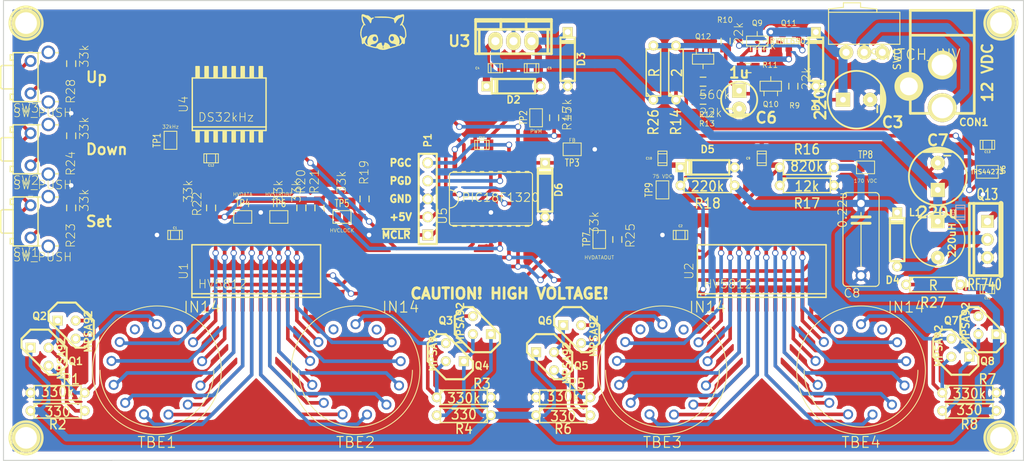
<source format=kicad_pcb>
(kicad_pcb (version 4) (host pcbnew "(2014-12-26 BZR 5338)-product")
  (layers (0 F.Cu signal) (31 B.Cu signal) (34 B.Paste user) (35 F.Paste user) (36 B.SilkS user) (37 F.SilkS user) (38 B.Mask user) (39 F.Mask user) (44 Edge.Cuts user))
  (net 0 "")
  (net 1 +5V)
  (net 2 GND)
  (net 3 +12P)
  (net 4 +12V)
  (net 5 "Net-(C6-Pad1)")
  (net 6 VAA)
  (net 7 "/Microcontroller and clock/FB")
  (net 8 VPP)
  (net 9 "Net-(D4-Pad1)")
  (net 10 "/Microcontroller and clock/~MCLR")
  (net 11 "/Microcontroller and clock/PGD")
  (net 12 "/Microcontroller and clock/PGC")
  (net 13 "Net-(Q1-PadB)")
  (net 14 "Net-(Q1-PadC)")
  (net 15 "Net-(Q2-PadC)")
  (net 16 "Net-(Q3-PadB)")
  (net 17 "Net-(Q3-PadC)")
  (net 18 "Net-(Q4-PadC)")
  (net 19 "Net-(Q5-PadB)")
  (net 20 "Net-(Q5-PadC)")
  (net 21 "Net-(Q6-PadC)")
  (net 22 "Net-(Q7-PadB)")
  (net 23 "Net-(Q7-PadC)")
  (net 24 "Net-(Q8-PadC)")
  (net 25 "Net-(Q9-Pad1)")
  (net 26 "/Microcontroller and clock/PWM")
  (net 27 "/Microcontroller and clock/BTN1")
  (net 28 "/Microcontroller and clock/BTN2")
  (net 29 "/Tubes with drivers/A7")
  (net 30 "/Tubes with drivers/A6")
  (net 31 "/Tubes with drivers/A9")
  (net 32 "/Tubes with drivers/A8")
  (net 33 "/Tubes with drivers/A4")
  (net 34 "/Tubes with drivers/A3")
  (net 35 "/Tubes with drivers/A1")
  (net 36 "/Tubes with drivers/A2")
  (net 37 "/Tubes with drivers/A0")
  (net 38 "Net-(TBE1-Pad2)")
  (net 39 "/Tubes with drivers/A5")
  (net 40 "Net-(TBE1-Pad13)")
  (net 41 "/Tubes with drivers/B7")
  (net 42 "/Tubes with drivers/B6")
  (net 43 "/Tubes with drivers/B9")
  (net 44 "/Tubes with drivers/B8")
  (net 45 "/Tubes with drivers/B4")
  (net 46 "/Tubes with drivers/B3")
  (net 47 "/Tubes with drivers/B1")
  (net 48 "/Tubes with drivers/B2")
  (net 49 "/Tubes with drivers/B0")
  (net 50 "Net-(TBE2-Pad2)")
  (net 51 "/Tubes with drivers/B5")
  (net 52 "Net-(TBE2-Pad13)")
  (net 53 "/Tubes with drivers/C7")
  (net 54 "/Tubes with drivers/C6")
  (net 55 "/Tubes with drivers/C9")
  (net 56 "/Tubes with drivers/C8")
  (net 57 "/Tubes with drivers/C4")
  (net 58 "/Tubes with drivers/C3")
  (net 59 "/Tubes with drivers/C1")
  (net 60 "/Tubes with drivers/C2")
  (net 61 "/Tubes with drivers/C0")
  (net 62 "Net-(TBE3-Pad2)")
  (net 63 "/Tubes with drivers/C5")
  (net 64 "Net-(TBE3-Pad13)")
  (net 65 "/Tubes with drivers/D7")
  (net 66 "/Tubes with drivers/D6")
  (net 67 "/Tubes with drivers/D9")
  (net 68 "/Tubes with drivers/D8")
  (net 69 "/Tubes with drivers/D4")
  (net 70 "/Tubes with drivers/D3")
  (net 71 "/Tubes with drivers/D1")
  (net 72 "/Tubes with drivers/D2")
  (net 73 "/Tubes with drivers/D0")
  (net 74 "Net-(TBE4-Pad2)")
  (net 75 "/Tubes with drivers/D5")
  (net 76 "Net-(TBE4-Pad13)")
  (net 77 "/Microcontroller and clock/HVCLOCK")
  (net 78 "/Microcontroller and clock/HVSTROBE")
  (net 79 "/Microcontroller and clock/HVDATA")
  (net 80 "Net-(U2-Pad2)")
  (net 81 "/Microcontroller and clock/32kHz")
  (net 82 "Net-(U5-Pad1)")
  (net 83 "Net-(U5-Pad2)")
  (net 84 "Net-(U5-Pad15)")
  (net 85 "Net-(U5-Pad16)")
  (net 86 "Net-(CON1-Pad1)")
  (net 87 "Net-(SW0-Pad3)")
  (net 88 "Net-(C15-Pad1)")
  (net 89 "Net-(Q10-Pad2)")
  (net 90 "Net-(Q12-Pad2)")
  (net 91 "Net-(Q13-PadG)")
  (net 92 "Net-(R25-Pad2)")
  (net 93 "/Microcontroller and clock/BTN3")
  (net 94 "Net-(Q11-PadG)")
  (net 95 "Net-(Q11-PadD)")
  (module connect:BARREL_JACK (layer F.Cu) (at 242.57 100.33 270)
    (fp_text reference CON1 (at 8.255 -4.445 360) (layer F.SilkS) (effects (font (size 1.016 1.016) (thickness 0.2032))))
    (fp_text value BARREL_JACK hide)
    (pad 1 thru_hole circle (at 6.20014 0 270) (size 4.064 4.064) (drill 3) (layers *.Cu *.Mask F.SilkS) (net 86 "Net-(CON1-Pad1)"))
    (pad 2 thru_hole circle (at 0.20066 0 270) (size 4.064 4.064) (drill 3) (layers *.Cu *.Mask F.SilkS) (net 2 GND))
    (pad 3 thru_hole circle (at 3.2004 4.699 270) (size 4.064 4.064) (drill 2.5) (layers *.Cu *.Mask F.SilkS) (net 2 GND))
  )
  (module pretty-libs:R3-mod (layer F.Cu) (at 118.11 149.225)
    (fp_text reference R2 (at 0 1.905) (layer F.SilkS) (effects (font (size 1.397 1.27) (thickness 0.2032))))
    (fp_text value 330 (at 0 0.127) (layer F.SilkS) (effects (font (size 1.397 1.27) (thickness 0.2032))))
    (pad 1 thru_hole circle (at -3.81 0) (size 1.397 1.397) (drill 0.8128) (layers *.Cu *.Mask F.SilkS) (net 6 VAA))
    (pad 2 thru_hole circle (at 3.81 0) (size 1.397 1.397) (drill 0.8128) (layers *.Cu *.Mask F.SilkS) (net 13 "Net-(Q1-PadB)"))
  )
  (module pretty-libs:R3-mod (layer F.Cu) (at 209.55 117.475)
    (fp_text reference R18 (at 0 2.54) (layer F.SilkS) (effects (font (size 1.397 1.27) (thickness 0.2032))))
    (fp_text value 220k (at 0 0.127) (layer F.SilkS) (effects (font (size 1.397 1.27) (thickness 0.2032))))
    (pad 1 thru_hole circle (at -3.81 0) (size 1.397 1.397) (drill 0.8128) (layers *.Cu *.Mask F.SilkS) (net 8 VPP))
    (pad 2 thru_hole circle (at 3.81 0) (size 1.397 1.397) (drill 0.8128) (layers *.Cu *.Mask F.SilkS) (net 6 VAA))
  )
  (module pretty-libs:R3-mod (layer F.Cu) (at 223.52 117.475)
    (fp_text reference R17 (at 0 2.54) (layer F.SilkS) (effects (font (size 1.397 1.27) (thickness 0.2032))))
    (fp_text value 12k (at 0 0.127) (layer F.SilkS) (effects (font (size 1.397 1.27) (thickness 0.2032))))
    (pad 1 thru_hole circle (at -3.81 0) (size 1.397 1.397) (drill 0.8128) (layers *.Cu *.Mask F.SilkS) (net 7 "/Microcontroller and clock/FB"))
    (pad 2 thru_hole circle (at 3.81 0) (size 1.397 1.397) (drill 0.8128) (layers *.Cu *.Mask F.SilkS) (net 2 GND))
  )
  (module pretty-libs:R3-mod (layer F.Cu) (at 223.52 114.935 180)
    (fp_text reference R16 (at 0 2.54 180) (layer F.SilkS) (effects (font (size 1.397 1.27) (thickness 0.2032))))
    (fp_text value 820k (at 0 0.127 180) (layer F.SilkS) (effects (font (size 1.397 1.27) (thickness 0.2032))))
    (pad 1 thru_hole circle (at -3.81 0 180) (size 1.397 1.397) (drill 0.8128) (layers *.Cu *.Mask F.SilkS) (net 6 VAA))
    (pad 2 thru_hole circle (at 3.81 0 180) (size 1.397 1.397) (drill 0.8128) (layers *.Cu *.Mask F.SilkS) (net 7 "/Microcontroller and clock/FB"))
  )
  (module pretty-libs:R3-mod (layer F.Cu) (at 205.105 101.6 90)
    (fp_text reference R14 (at -6.985 0 90) (layer F.SilkS) (effects (font (size 1.397 1.27) (thickness 0.2032))))
    (fp_text value 2 (at 0 0.127 90) (layer F.SilkS) (effects (font (size 1.397 1.27) (thickness 0.2032))))
    (pad 1 thru_hole circle (at -3.81 0 90) (size 1.397 1.397) (drill 0.8128) (layers *.Cu *.Mask F.SilkS) (net 4 +12V))
    (pad 2 thru_hole circle (at 3.81 0 90) (size 1.397 1.397) (drill 0.8128) (layers *.Cu *.Mask F.SilkS) (net 95 "Net-(Q11-PadD)"))
  )
  (module pretty-libs:R3-mod (layer F.Cu) (at 246.38 149.225 180)
    (fp_text reference R8 (at 0 -1.905 180) (layer F.SilkS) (effects (font (size 1.397 1.27) (thickness 0.2032))))
    (fp_text value 330 (at 0 0.127 180) (layer F.SilkS) (effects (font (size 1.397 1.27) (thickness 0.2032))))
    (pad 1 thru_hole circle (at -3.81 0 180) (size 1.397 1.397) (drill 0.8128) (layers *.Cu *.Mask F.SilkS) (net 6 VAA))
    (pad 2 thru_hole circle (at 3.81 0 180) (size 1.397 1.397) (drill 0.8128) (layers *.Cu *.Mask F.SilkS) (net 22 "Net-(Q7-PadB)"))
  )
  (module pretty-libs:R3-mod (layer F.Cu) (at 246.38 146.685)
    (fp_text reference R7 (at 2.54 -1.905) (layer F.SilkS) (effects (font (size 1.397 1.27) (thickness 0.2032))))
    (fp_text value 330k (at 0 0.127) (layer F.SilkS) (effects (font (size 1.397 1.27) (thickness 0.2032))))
    (pad 1 thru_hole circle (at -3.81 0) (size 1.397 1.397) (drill 0.8128) (layers *.Cu *.Mask F.SilkS) (net 23 "Net-(Q7-PadC)"))
    (pad 2 thru_hole circle (at 3.81 0) (size 1.397 1.397) (drill 0.8128) (layers *.Cu *.Mask F.SilkS) (net 2 GND))
  )
  (module pretty-libs:R3-mod (layer F.Cu) (at 189.23 149.86)
    (fp_text reference R6 (at 0 1.905) (layer F.SilkS) (effects (font (size 1.397 1.27) (thickness 0.2032))))
    (fp_text value 330 (at 0 0.127) (layer F.SilkS) (effects (font (size 1.397 1.27) (thickness 0.2032))))
    (pad 1 thru_hole circle (at -3.81 0) (size 1.397 1.397) (drill 0.8128) (layers *.Cu *.Mask F.SilkS) (net 6 VAA))
    (pad 2 thru_hole circle (at 3.81 0) (size 1.397 1.397) (drill 0.8128) (layers *.Cu *.Mask F.SilkS) (net 19 "Net-(Q5-PadB)"))
  )
  (module pretty-libs:R3-mod (layer F.Cu) (at 189.23 147.32 180)
    (fp_text reference R5 (at -1.905 1.905 180) (layer F.SilkS) (effects (font (size 1.397 1.27) (thickness 0.2032))))
    (fp_text value 330k (at 0 0.127 180) (layer F.SilkS) (effects (font (size 1.397 1.27) (thickness 0.2032))))
    (pad 1 thru_hole circle (at -3.81 0 180) (size 1.397 1.397) (drill 0.8128) (layers *.Cu *.Mask F.SilkS) (net 20 "Net-(Q5-PadC)"))
    (pad 2 thru_hole circle (at 3.81 0 180) (size 1.397 1.397) (drill 0.8128) (layers *.Cu *.Mask F.SilkS) (net 2 GND))
  )
  (module pretty-libs:R3-mod (layer F.Cu) (at 175.26 149.86 180)
    (fp_text reference R4 (at 0 -1.905 180) (layer F.SilkS) (effects (font (size 1.397 1.27) (thickness 0.2032))))
    (fp_text value 330 (at 0 0.127 180) (layer F.SilkS) (effects (font (size 1.397 1.27) (thickness 0.2032))))
    (pad 1 thru_hole circle (at -3.81 0 180) (size 1.397 1.397) (drill 0.8128) (layers *.Cu *.Mask F.SilkS) (net 6 VAA))
    (pad 2 thru_hole circle (at 3.81 0 180) (size 1.397 1.397) (drill 0.8128) (layers *.Cu *.Mask F.SilkS) (net 16 "Net-(Q3-PadB)"))
  )
  (module pretty-libs:R3-mod (layer F.Cu) (at 175.26 147.32)
    (fp_text reference R3 (at 2.54 -1.905) (layer F.SilkS) (effects (font (size 1.397 1.27) (thickness 0.2032))))
    (fp_text value 330k (at 0 0.127) (layer F.SilkS) (effects (font (size 1.397 1.27) (thickness 0.2032))))
    (pad 1 thru_hole circle (at -3.81 0) (size 1.397 1.397) (drill 0.8128) (layers *.Cu *.Mask F.SilkS) (net 17 "Net-(Q3-PadC)"))
    (pad 2 thru_hole circle (at 3.81 0) (size 1.397 1.397) (drill 0.8128) (layers *.Cu *.Mask F.SilkS) (net 2 GND))
  )
  (module pretty-libs:R3-mod (layer F.Cu) (at 118.11 146.685 180)
    (fp_text reference R1 (at -1.905 1.905 180) (layer F.SilkS) (effects (font (size 1.397 1.27) (thickness 0.2032))))
    (fp_text value 330k (at 0 0.127 180) (layer F.SilkS) (effects (font (size 1.397 1.27) (thickness 0.2032))))
    (pad 1 thru_hole circle (at -3.81 0 180) (size 1.397 1.397) (drill 0.8128) (layers *.Cu *.Mask F.SilkS) (net 14 "Net-(Q1-PadC)"))
    (pad 2 thru_hole circle (at 3.81 0 180) (size 1.397 1.397) (drill 0.8128) (layers *.Cu *.Mask F.SilkS) (net 2 GND))
  )
  (module powerint:TO-220 (layer F.Cu) (at 182.245 97.155)
    (fp_text reference U3 (at -7.62 0) (layer F.SilkS) (effects (font (thickness 0.3048))))
    (fp_text value LM7805 hide)
    (pad 2 thru_hole oval (at 0 0) (size 2.032 2.54) (drill 1.143) (layers *.Cu *.Mask F.SilkS) (net 2 GND))
    (pad 3 thru_hole oval (at 2.54 0) (size 2.032 2.54) (drill 1.143) (layers *.Cu *.Mask F.SilkS) (net 1 +5V))
    (pad 1 thru_hole oval (at -2.54 0) (size 2.032 2.54) (drill 1.143) (layers *.Cu *.Mask F.SilkS) (net 4 +12V))
  )
  (module pretty-libs:IN-14-mod (layer F.Cu) (at 231.14 143.51 180)
    (fp_text reference TBE4 (at 0 -10.16 180) (layer F.SilkS))
    (fp_text value IN14 (at -6.35 8.89 180) (layer F.SilkS))
    (pad 9 thru_hole circle (at -4.348 -4.846 180) (size 1.408 1.408) (drill 0.9) (layers *.Cu *.Mask) (net 65 "/Tubes with drivers/D7"))
    (pad 8 thru_hole circle (at -1.621 -6.243) (size 1.408 1.408) (drill 0.9) (layers *.Cu *.Mask) (net 66 "/Tubes with drivers/D6"))
    (pad 11 thru_hole circle (at -6.35 1.27 180) (size 1.408 1.408) (drill 0.9) (layers *.Cu *.Mask) (net 67 "/Tubes with drivers/D9"))
    (pad 10 thru_hole circle (at -6.12 -2.154 180) (size 1.408 1.408) (drill 0.9) (layers *.Cu *.Mask) (net 68 "/Tubes with drivers/D8"))
    (pad 6 thru_hole circle (at 4.469 -4.594 180) (size 1.408 1.408) (drill 0.9) (layers *.Cu *.Mask) (net 69 "/Tubes with drivers/D4"))
    (pad 5 thru_hole circle (at 6.089 -2.063 180) (size 1.408 1.408) (drill 0.9) (layers *.Cu *.Mask) (net 70 "/Tubes with drivers/D3"))
    (pad 1 thru_hole circle (at 0 6.477 180) (size 1.408 1.408) (drill 0.9) (layers *.Cu *.Mask) (net 24 "Net-(Q8-PadC)"))
    (pad 3 thru_hole circle (at 5.232 3.973 180) (size 1.408 1.408) (drill 0.9) (layers *.Cu *.Mask) (net 71 "/Tubes with drivers/D1"))
    (pad 4 thru_hole circle (at 6.393 1.307 180) (size 1.408 1.408) (drill 0.9) (layers *.Cu *.Mask) (net 72 "/Tubes with drivers/D2"))
    (pad 12 thru_hole circle (at -5.08 3.937 180) (size 1.408 1.408) (drill 0.9) (layers *.Cu *.Mask) (net 73 "/Tubes with drivers/D0"))
    (pad 2 thru_hole circle (at 3.104 5.752 180) (size 1.408 1.408) (drill 0.9) (layers *.Cu *.Mask) (net 74 "Net-(TBE4-Pad2)"))
    (pad 7 thru_hole circle (at 1.822 -6.213) (size 1.408 1.408) (drill 0.9) (layers *.Cu *.Mask) (net 75 "/Tubes with drivers/D5"))
    (pad 13 thru_hole circle (at -2.978 5.725 180) (size 1.408 1.408) (drill 0.9) (layers *.Cu *.Mask) (net 76 "Net-(TBE4-Pad13)"))
  )
  (module pretty-libs:IN-14-mod (layer F.Cu) (at 203.2 143.51 180)
    (fp_text reference TBE3 (at 0 -10.16 180) (layer F.SilkS))
    (fp_text value IN14 (at -6.35 8.89 180) (layer F.SilkS))
    (pad 9 thru_hole circle (at -4.348 -4.846 180) (size 1.408 1.408) (drill 0.9) (layers *.Cu *.Mask) (net 53 "/Tubes with drivers/C7"))
    (pad 8 thru_hole circle (at -1.621 -6.243) (size 1.408 1.408) (drill 0.9) (layers *.Cu *.Mask) (net 54 "/Tubes with drivers/C6"))
    (pad 11 thru_hole circle (at -6.35 1.27 180) (size 1.408 1.408) (drill 0.9) (layers *.Cu *.Mask) (net 55 "/Tubes with drivers/C9"))
    (pad 10 thru_hole circle (at -6.12 -2.154 180) (size 1.408 1.408) (drill 0.9) (layers *.Cu *.Mask) (net 56 "/Tubes with drivers/C8"))
    (pad 6 thru_hole circle (at 4.469 -4.594 180) (size 1.408 1.408) (drill 0.9) (layers *.Cu *.Mask) (net 57 "/Tubes with drivers/C4"))
    (pad 5 thru_hole circle (at 6.089 -2.063 180) (size 1.408 1.408) (drill 0.9) (layers *.Cu *.Mask) (net 58 "/Tubes with drivers/C3"))
    (pad 1 thru_hole circle (at 0 6.477 180) (size 1.408 1.408) (drill 0.9) (layers *.Cu *.Mask) (net 21 "Net-(Q6-PadC)"))
    (pad 3 thru_hole circle (at 5.232 3.973 180) (size 1.408 1.408) (drill 0.9) (layers *.Cu *.Mask) (net 59 "/Tubes with drivers/C1"))
    (pad 4 thru_hole circle (at 6.393 1.307 180) (size 1.408 1.408) (drill 0.9) (layers *.Cu *.Mask) (net 60 "/Tubes with drivers/C2"))
    (pad 12 thru_hole circle (at -5.08 3.937 180) (size 1.408 1.408) (drill 0.9) (layers *.Cu *.Mask) (net 61 "/Tubes with drivers/C0"))
    (pad 2 thru_hole circle (at 3.104 5.752 180) (size 1.408 1.408) (drill 0.9) (layers *.Cu *.Mask) (net 62 "Net-(TBE3-Pad2)"))
    (pad 7 thru_hole circle (at 1.822 -6.213) (size 1.408 1.408) (drill 0.9) (layers *.Cu *.Mask) (net 63 "/Tubes with drivers/C5"))
    (pad 13 thru_hole circle (at -2.978 5.725 180) (size 1.408 1.408) (drill 0.9) (layers *.Cu *.Mask) (net 64 "Net-(TBE3-Pad13)"))
  )
  (module pretty-libs:IN-14-mod (layer F.Cu) (at 160.02 143.51 180)
    (fp_text reference TBE2 (at 0 -10.16 180) (layer F.SilkS))
    (fp_text value IN14 (at -6.35 8.89 180) (layer F.SilkS))
    (pad 9 thru_hole circle (at -4.348 -4.846 180) (size 1.408 1.408) (drill 0.9) (layers *.Cu *.Mask) (net 41 "/Tubes with drivers/B7"))
    (pad 8 thru_hole circle (at -1.621 -6.243) (size 1.408 1.408) (drill 0.9) (layers *.Cu *.Mask) (net 42 "/Tubes with drivers/B6"))
    (pad 11 thru_hole circle (at -6.35 1.27 180) (size 1.408 1.408) (drill 0.9) (layers *.Cu *.Mask) (net 43 "/Tubes with drivers/B9"))
    (pad 10 thru_hole circle (at -6.12 -2.154 180) (size 1.408 1.408) (drill 0.9) (layers *.Cu *.Mask) (net 44 "/Tubes with drivers/B8"))
    (pad 6 thru_hole circle (at 4.469 -4.594 180) (size 1.408 1.408) (drill 0.9) (layers *.Cu *.Mask) (net 45 "/Tubes with drivers/B4"))
    (pad 5 thru_hole circle (at 6.089 -2.063 180) (size 1.408 1.408) (drill 0.9) (layers *.Cu *.Mask) (net 46 "/Tubes with drivers/B3"))
    (pad 1 thru_hole circle (at 0 6.477 180) (size 1.408 1.408) (drill 0.9) (layers *.Cu *.Mask) (net 18 "Net-(Q4-PadC)"))
    (pad 3 thru_hole circle (at 5.232 3.973 180) (size 1.408 1.408) (drill 0.9) (layers *.Cu *.Mask) (net 47 "/Tubes with drivers/B1"))
    (pad 4 thru_hole circle (at 6.393 1.307 180) (size 1.408 1.408) (drill 0.9) (layers *.Cu *.Mask) (net 48 "/Tubes with drivers/B2"))
    (pad 12 thru_hole circle (at -5.08 3.937 180) (size 1.408 1.408) (drill 0.9) (layers *.Cu *.Mask) (net 49 "/Tubes with drivers/B0"))
    (pad 2 thru_hole circle (at 3.104 5.752 180) (size 1.408 1.408) (drill 0.9) (layers *.Cu *.Mask) (net 50 "Net-(TBE2-Pad2)"))
    (pad 7 thru_hole circle (at 1.822 -6.213) (size 1.408 1.408) (drill 0.9) (layers *.Cu *.Mask) (net 51 "/Tubes with drivers/B5"))
    (pad 13 thru_hole circle (at -2.978 5.725 180) (size 1.408 1.408) (drill 0.9) (layers *.Cu *.Mask) (net 52 "Net-(TBE2-Pad13)"))
  )
  (module pretty-libs:IN-14-mod (layer F.Cu) (at 132.08 143.51 180)
    (fp_text reference TBE1 (at 0 -10.16 180) (layer F.SilkS))
    (fp_text value IN14 (at -6.35 8.89 180) (layer F.SilkS))
    (pad 9 thru_hole circle (at -4.348 -4.846 180) (size 1.408 1.408) (drill 0.9) (layers *.Cu *.Mask) (net 29 "/Tubes with drivers/A7"))
    (pad 8 thru_hole circle (at -1.621 -6.243) (size 1.408 1.408) (drill 0.9) (layers *.Cu *.Mask) (net 30 "/Tubes with drivers/A6"))
    (pad 11 thru_hole circle (at -6.35 1.27 180) (size 1.408 1.408) (drill 0.9) (layers *.Cu *.Mask) (net 31 "/Tubes with drivers/A9"))
    (pad 10 thru_hole circle (at -6.12 -2.154 180) (size 1.408 1.408) (drill 0.9) (layers *.Cu *.Mask) (net 32 "/Tubes with drivers/A8"))
    (pad 6 thru_hole circle (at 4.469 -4.594 180) (size 1.408 1.408) (drill 0.9) (layers *.Cu *.Mask) (net 33 "/Tubes with drivers/A4"))
    (pad 5 thru_hole circle (at 6.089 -2.063 180) (size 1.408 1.408) (drill 0.9) (layers *.Cu *.Mask) (net 34 "/Tubes with drivers/A3"))
    (pad 1 thru_hole circle (at 0 6.477 180) (size 1.408 1.408) (drill 0.9) (layers *.Cu *.Mask) (net 15 "Net-(Q2-PadC)"))
    (pad 3 thru_hole circle (at 5.232 3.973 180) (size 1.408 1.408) (drill 0.9) (layers *.Cu *.Mask) (net 35 "/Tubes with drivers/A1"))
    (pad 4 thru_hole circle (at 6.393 1.307 180) (size 1.408 1.408) (drill 0.9) (layers *.Cu *.Mask) (net 36 "/Tubes with drivers/A2"))
    (pad 12 thru_hole circle (at -5.08 3.937 180) (size 1.408 1.408) (drill 0.9) (layers *.Cu *.Mask) (net 37 "/Tubes with drivers/A0"))
    (pad 2 thru_hole circle (at 3.104 5.752 180) (size 1.408 1.408) (drill 0.9) (layers *.Cu *.Mask) (net 38 "Net-(TBE1-Pad2)"))
    (pad 7 thru_hole circle (at 1.822 -6.213) (size 1.408 1.408) (drill 0.9) (layers *.Cu *.Mask) (net 39 "/Tubes with drivers/A5"))
    (pad 13 thru_hole circle (at -2.978 5.725 180) (size 1.408 1.408) (drill 0.9) (layers *.Cu *.Mask) (net 40 "Net-(TBE1-Pad13)"))
  )
  (module switch:TL1105L-4,3 (layer F.Cu) (at 114.3 112.395 270)
    (fp_text reference SW2 (at 5.08 2.54 360) (layer F.SilkS) (effects (font (size 1.2065 1.2065) (thickness 0.1016)) (justify left bottom)))
    (fp_text value SW_PUSH (at 5.715 2.54 360) (layer F.SilkS) (effects (font (size 1.2065 1.2065) (thickness 0.1016)) (justify left bottom)))
    (pad 3 thru_hole circle (at -3.5 -2.5) (size 1.9 1.9) (drill 1.3) (layers *.Cu *.Mask))
    (pad 1 thru_hole circle (at -2.275 0) (size 1.6764 1.6764) (drill 1) (layers *.Cu *.Mask) (net 1 +5V))
    (pad 4 thru_hole circle (at 3.5 -2.5) (size 1.9 1.9) (drill 1.3) (layers *.Cu *.Mask))
    (pad 2 thru_hole circle (at 2.275 0) (size 1.6764 1.6764) (drill 1) (layers *.Cu *.Mask) (net 28 "/Microcontroller and clock/BTN2"))
  )
  (module switch:TL1105L-4,3 (layer F.Cu) (at 114.3 122.555 270)
    (fp_text reference SW1 (at 5.08 2.54 360) (layer F.SilkS) (effects (font (size 1.2065 1.2065) (thickness 0.1016)) (justify left bottom)))
    (fp_text value SW_PUSH (at 5.715 2.54 360) (layer F.SilkS) (effects (font (size 1.2065 1.2065) (thickness 0.1016)) (justify left bottom)))
    (pad 3 thru_hole circle (at -3.5 -2.5) (size 1.9 1.9) (drill 1.3) (layers *.Cu *.Mask))
    (pad 1 thru_hole circle (at -2.275 0) (size 1.6764 1.6764) (drill 1) (layers *.Cu *.Mask) (net 1 +5V))
    (pad 4 thru_hole circle (at 3.5 -2.5) (size 1.9 1.9) (drill 1.3) (layers *.Cu *.Mask))
    (pad 2 thru_hole circle (at 2.275 0) (size 1.6764 1.6764) (drill 1) (layers *.Cu *.Mask) (net 27 "/Microcontroller and clock/BTN1"))
  )
  (module pretty-libs:TO220GDS_VERT (layer F.Cu) (at 248.92 125.095 180)
    (fp_text reference Q13 (at 0 6.35 360) (layer F.SilkS) (effects (font (size 1.524 1.016) (thickness 0.2032))))
    (fp_text value IRF740 (at 0.635 -6.35 180) (layer F.SilkS) (effects (font (size 1.524 1.016) (thickness 0.2032))))
    (pad S thru_hole circle (at 0 -2.54 180) (size 1.778 1.778) (drill 1.016) (layers *.Cu *.Mask F.SilkS) (net 2 GND))
    (pad D thru_hole circle (at 0 0 180) (size 1.778 1.778) (drill 1.016) (layers *.Cu *.Mask F.SilkS) (net 9 "Net-(D4-Pad1)"))
    (pad G thru_hole rect (at 0 2.54 180) (size 1.778 1.778) (drill 1.016) (layers *.Cu *.Mask F.SilkS) (net 91 "Net-(Q13-PadG)"))
  )
  (module smd_transistors:sot23 (layer F.Cu) (at 208.915 99.695 180)
    (fp_text reference Q12 (at 0 3.175 180) (layer F.SilkS) (effects (font (size 0.762 0.762) (thickness 0.09906))))
    (fp_text value BC857 hide)
    (pad 1 smd rect (at -0.9525 1.05664 180) (size 0.59944 1.00076) (layers F.Cu F.Paste F.Mask) (net 4 +12V))
    (pad 2 smd rect (at 0 -1.05664 180) (size 0.59944 1.00076) (layers F.Cu F.Paste F.Mask) (net 90 "Net-(Q12-Pad2)"))
    (pad 3 smd rect (at 0.9525 1.05664 180) (size 0.59944 1.00076) (layers F.Cu F.Paste F.Mask) (net 95 "Net-(Q11-PadD)"))
  )
  (module libcms:SOT23GDS (layer F.Cu) (at 220.98 97.155)
    (fp_text reference Q11 (at 0 -2.54) (layer F.SilkS) (effects (font (size 0.762 0.762) (thickness 0.09906))))
    (fp_text value IRLML6402 (at 0 0) (layer F.SilkS) (effects (font (size 0.762 0.762) (thickness 0.12954))))
    (pad S smd rect (at -0.889 -1.016) (size 0.9144 0.9144) (layers F.Cu F.Paste F.Mask) (net 3 +12P))
    (pad G smd rect (at 0.889 -1.016) (size 0.9144 0.9144) (layers F.Cu F.Paste F.Mask) (net 94 "Net-(Q11-PadG)"))
    (pad D smd rect (at 0 1.016) (size 0.9144 0.9144) (layers F.Cu F.Paste F.Mask) (net 95 "Net-(Q11-PadD)"))
  )
  (module smd_transistors:sot23 (layer F.Cu) (at 218.44 103.505)
    (fp_text reference Q10 (at 0 2.54 180) (layer F.SilkS) (effects (font (size 0.762 0.762) (thickness 0.09906))))
    (fp_text value BC847 hide)
    (pad 1 smd rect (at -0.9525 1.05664) (size 0.59944 1.00076) (layers F.Cu F.Paste F.Mask) (net 5 "Net-(C6-Pad1)"))
    (pad 2 smd rect (at 0 -1.05664) (size 0.59944 1.00076) (layers F.Cu F.Paste F.Mask) (net 89 "Net-(Q10-Pad2)"))
    (pad 3 smd rect (at 0.9525 1.05664) (size 0.59944 1.00076) (layers F.Cu F.Paste F.Mask) (net 2 GND))
  )
  (module smd_transistors:sot23 (layer F.Cu) (at 216.535 97.155)
    (fp_text reference Q9 (at 0 -2.54) (layer F.SilkS) (effects (font (size 0.762 0.762) (thickness 0.09906))))
    (fp_text value BC857 hide)
    (pad 1 smd rect (at -0.9525 1.05664) (size 0.59944 1.00076) (layers F.Cu F.Paste F.Mask) (net 25 "Net-(Q9-Pad1)"))
    (pad 2 smd rect (at 0 -1.05664) (size 0.59944 1.00076) (layers F.Cu F.Paste F.Mask) (net 94 "Net-(Q11-PadG)"))
    (pad 3 smd rect (at 0.9525 1.05664) (size 0.59944 1.00076) (layers F.Cu F.Paste F.Mask) (net 3 +12P))
  )
  (module discret:TO92-CBE (layer F.Cu) (at 245.11 140.335 90)
    (fp_text reference Q8 (at -1.905 3.81 180) (layer F.SilkS) (effects (font (size 1.016 1.016) (thickness 0.2032))))
    (fp_text value MPSA92 (at 0.254 -3.048 90) (layer F.SilkS) (effects (font (size 1.016 1.016) (thickness 0.2032))))
    (pad E thru_hole rect (at -1.27 1.27 90) (size 1.397 1.397) (drill 0.8128) (layers *.Cu *.Mask F.SilkS) (net 22 "Net-(Q7-PadB)"))
    (pad B thru_hole circle (at -1.27 -1.27 90) (size 1.397 1.397) (drill 0.8128) (layers *.Cu *.Mask F.SilkS) (net 23 "Net-(Q7-PadC)"))
    (pad C thru_hole circle (at 1.27 -1.27 90) (size 1.397 1.397) (drill 0.8128) (layers *.Cu *.Mask F.SilkS) (net 24 "Net-(Q8-PadC)"))
  )
  (module discret:TO92-CBE (layer F.Cu) (at 248.92 137.16 90)
    (fp_text reference Q7 (at 0.635 -5.08 180) (layer F.SilkS) (effects (font (size 1.016 1.016) (thickness 0.2032))))
    (fp_text value MPSA92 (at 0.254 -3.048 90) (layer F.SilkS) (effects (font (size 1.016 1.016) (thickness 0.2032))))
    (pad E thru_hole rect (at -1.27 1.27 90) (size 1.397 1.397) (drill 0.8128) (layers *.Cu *.Mask F.SilkS) (net 6 VAA))
    (pad B thru_hole circle (at -1.27 -1.27 90) (size 1.397 1.397) (drill 0.8128) (layers *.Cu *.Mask F.SilkS) (net 22 "Net-(Q7-PadB)"))
    (pad C thru_hole circle (at 1.27 -1.27 90) (size 1.397 1.397) (drill 0.8128) (layers *.Cu *.Mask F.SilkS) (net 23 "Net-(Q7-PadC)"))
  )
  (module discret:TO92-CBE (layer F.Cu) (at 190.5 138.43 270)
    (fp_text reference Q6 (at -1.905 3.81 360) (layer F.SilkS) (effects (font (size 1.016 1.016) (thickness 0.2032))))
    (fp_text value MPSA92 (at 0.254 -3.048 270) (layer F.SilkS) (effects (font (size 1.016 1.016) (thickness 0.2032))))
    (pad E thru_hole rect (at -1.27 1.27 270) (size 1.397 1.397) (drill 0.8128) (layers *.Cu *.Mask F.SilkS) (net 19 "Net-(Q5-PadB)"))
    (pad B thru_hole circle (at -1.27 -1.27 270) (size 1.397 1.397) (drill 0.8128) (layers *.Cu *.Mask F.SilkS) (net 20 "Net-(Q5-PadC)"))
    (pad C thru_hole circle (at 1.27 -1.27 270) (size 1.397 1.397) (drill 0.8128) (layers *.Cu *.Mask F.SilkS) (net 21 "Net-(Q6-PadC)"))
  )
  (module discret:TO92-CBE (layer F.Cu) (at 186.69 142.24 270)
    (fp_text reference Q5 (at 0.635 -5.08 540) (layer F.SilkS) (effects (font (size 1.016 1.016) (thickness 0.2032))))
    (fp_text value MPSA92 (at 0.254 -3.048 270) (layer F.SilkS) (effects (font (size 1.016 1.016) (thickness 0.2032))))
    (pad E thru_hole rect (at -1.27 1.27 270) (size 1.397 1.397) (drill 0.8128) (layers *.Cu *.Mask F.SilkS) (net 6 VAA))
    (pad B thru_hole circle (at -1.27 -1.27 270) (size 1.397 1.397) (drill 0.8128) (layers *.Cu *.Mask F.SilkS) (net 19 "Net-(Q5-PadB)"))
    (pad C thru_hole circle (at 1.27 -1.27 270) (size 1.397 1.397) (drill 0.8128) (layers *.Cu *.Mask F.SilkS) (net 20 "Net-(Q5-PadC)"))
  )
  (module discret:TO92-CBE (layer F.Cu) (at 173.99 140.97 90)
    (fp_text reference Q4 (at -1.905 3.81 180) (layer F.SilkS) (effects (font (size 1.016 1.016) (thickness 0.2032))))
    (fp_text value MPSA92 (at 0.254 -3.048 90) (layer F.SilkS) (effects (font (size 1.016 1.016) (thickness 0.2032))))
    (pad E thru_hole rect (at -1.27 1.27 90) (size 1.397 1.397) (drill 0.8128) (layers *.Cu *.Mask F.SilkS) (net 16 "Net-(Q3-PadB)"))
    (pad B thru_hole circle (at -1.27 -1.27 90) (size 1.397 1.397) (drill 0.8128) (layers *.Cu *.Mask F.SilkS) (net 17 "Net-(Q3-PadC)"))
    (pad C thru_hole circle (at 1.27 -1.27 90) (size 1.397 1.397) (drill 0.8128) (layers *.Cu *.Mask F.SilkS) (net 18 "Net-(Q4-PadC)"))
  )
  (module discret:TO92-CBE (layer F.Cu) (at 177.8 137.16 90)
    (fp_text reference Q3 (at 0.635 -5.08 180) (layer F.SilkS) (effects (font (size 1.016 1.016) (thickness 0.2032))))
    (fp_text value MPSA92 (at 0.254 -3.048 90) (layer F.SilkS) (effects (font (size 1.016 1.016) (thickness 0.2032))))
    (pad E thru_hole rect (at -1.27 1.27 90) (size 1.397 1.397) (drill 0.8128) (layers *.Cu *.Mask F.SilkS) (net 6 VAA))
    (pad B thru_hole circle (at -1.27 -1.27 90) (size 1.397 1.397) (drill 0.8128) (layers *.Cu *.Mask F.SilkS) (net 16 "Net-(Q3-PadB)"))
    (pad C thru_hole circle (at 1.27 -1.27 90) (size 1.397 1.397) (drill 0.8128) (layers *.Cu *.Mask F.SilkS) (net 17 "Net-(Q3-PadC)"))
  )
  (module discret:TO92-CBE (layer F.Cu) (at 119.38 137.795 270)
    (fp_text reference Q2 (at -1.905 3.81 360) (layer F.SilkS) (effects (font (size 1.016 1.016) (thickness 0.2032))))
    (fp_text value MPSA92 (at 0.254 -3.048 270) (layer F.SilkS) (effects (font (size 1.016 1.016) (thickness 0.2032))))
    (pad E thru_hole rect (at -1.27 1.27 270) (size 1.397 1.397) (drill 0.8128) (layers *.Cu *.Mask F.SilkS) (net 13 "Net-(Q1-PadB)"))
    (pad B thru_hole circle (at -1.27 -1.27 270) (size 1.397 1.397) (drill 0.8128) (layers *.Cu *.Mask F.SilkS) (net 14 "Net-(Q1-PadC)"))
    (pad C thru_hole circle (at 1.27 -1.27 270) (size 1.397 1.397) (drill 0.8128) (layers *.Cu *.Mask F.SilkS) (net 15 "Net-(Q2-PadC)"))
  )
  (module discret:TO92-CBE (layer F.Cu) (at 115.57 141.605 270)
    (fp_text reference Q1 (at 0.635 -5.08 360) (layer F.SilkS) (effects (font (size 1.016 1.016) (thickness 0.2032))))
    (fp_text value MPSA92 (at 0.254 -3.048 270) (layer F.SilkS) (effects (font (size 1.016 1.016) (thickness 0.2032))))
    (pad E thru_hole rect (at -1.27 1.27 270) (size 1.397 1.397) (drill 0.8128) (layers *.Cu *.Mask F.SilkS) (net 6 VAA))
    (pad B thru_hole circle (at -1.27 -1.27 270) (size 1.397 1.397) (drill 0.8128) (layers *.Cu *.Mask F.SilkS) (net 13 "Net-(Q1-PadB)"))
    (pad C thru_hole circle (at 1.27 -1.27 270) (size 1.397 1.397) (drill 0.8128) (layers *.Cu *.Mask F.SilkS) (net 14 "Net-(Q1-PadC)"))
  )
  (module pin_array:PIN_ARRAY_5x1 (layer F.Cu) (at 170.18 119.38 90)
    (fp_text reference P1 (at 8.255 0 90) (layer F.SilkS) (effects (font (size 1.016 1.016) (thickness 0.2032))))
    (fp_text value CONN_5 hide)
    (pad 1 thru_hole rect (at -5.08 0 90) (size 1.524 1.524) (drill 1.016) (layers *.Cu *.Mask F.SilkS) (net 10 "/Microcontroller and clock/~MCLR"))
    (pad 2 thru_hole circle (at -2.54 0 90) (size 1.524 1.524) (drill 1.016) (layers *.Cu *.Mask F.SilkS) (net 1 +5V))
    (pad 3 thru_hole circle (at 0 0 90) (size 1.524 1.524) (drill 1.016) (layers *.Cu *.Mask F.SilkS) (net 2 GND))
    (pad 4 thru_hole circle (at 2.54 0 90) (size 1.524 1.524) (drill 1.016) (layers *.Cu *.Mask F.SilkS) (net 11 "/Microcontroller and clock/PGD"))
    (pad 5 thru_hole circle (at 5.08 0 90) (size 1.524 1.524) (drill 1.016) (layers *.Cu *.Mask F.SilkS) (net 12 "/Microcontroller and clock/PGC"))
  )
  (module inductors:INDUCTOR_V (layer F.Cu) (at 241.935 125.095 270)
    (fp_text reference L1 (at -3.81 3.175 360) (layer F.SilkS) (effects (font (size 1.00076 1.00076) (thickness 0.2032))))
    (fp_text value 220uH (at 0.09906 -1.99898 270) (layer F.SilkS) (effects (font (size 1.00076 1.00076) (thickness 0.2032))))
    (pad 1 thru_hole rect (at -2.54 0 270) (size 1.905 1.905) (drill 0.8128) (layers *.Cu *.Mask F.SilkS) (net 4 +12V))
    (pad 2 thru_hole circle (at 2.54 0 270) (size 1.905 1.905) (drill 0.8128) (layers *.Cu *.Mask F.SilkS) (net 9 "Net-(D4-Pad1)"))
  )
  (module discret:D3 (layer F.Cu) (at 186.69 118.11 90)
    (fp_text reference D6 (at 0 1.905 90) (layer F.SilkS) (effects (font (size 1.016 1.016) (thickness 0.2032))))
    (fp_text value 5V1 hide)
    (pad 2 thru_hole rect (at 3.81 0 90) (size 1.397 1.397) (drill 0.8128) (layers *.Cu *.Mask F.SilkS) (net 7 "/Microcontroller and clock/FB"))
    (pad 1 thru_hole circle (at -3.81 0 90) (size 1.397 1.397) (drill 0.8128) (layers *.Cu *.Mask F.SilkS) (net 2 GND))
  )
  (module discret:D3 (layer F.Cu) (at 209.55 114.935 180)
    (fp_text reference D5 (at 0 2.54 180) (layer F.SilkS) (effects (font (size 1.016 1.016) (thickness 0.2032))))
    (fp_text value 75V hide)
    (pad 2 thru_hole rect (at 3.81 0 180) (size 1.397 1.397) (drill 0.8128) (layers *.Cu *.Mask F.SilkS) (net 8 VPP))
    (pad 1 thru_hole circle (at -3.81 0 180) (size 1.397 1.397) (drill 0.8128) (layers *.Cu *.Mask F.SilkS) (net 2 GND))
  )
  (module discret:D3 (layer F.Cu) (at 236.22 125.095 90)
    (fp_text reference D4 (at -5.715 -0.635 180) (layer F.SilkS) (effects (font (size 1.016 1.016) (thickness 0.2032))))
    (fp_text value EGP20D hide)
    (pad 2 thru_hole rect (at 3.81 0 90) (size 1.397 1.397) (drill 0.8128) (layers *.Cu *.Mask F.SilkS) (net 6 VAA))
    (pad 1 thru_hole circle (at -3.81 0 90) (size 1.397 1.397) (drill 0.8128) (layers *.Cu *.Mask F.SilkS) (net 9 "Net-(D4-Pad1)"))
  )
  (module discret:D3 (layer F.Cu) (at 189.865 99.695 90)
    (fp_text reference D3 (at 0 1.905 90) (layer F.SilkS) (effects (font (size 1.016 1.016) (thickness 0.2032))))
    (fp_text value 1N5819 hide)
    (pad 2 thru_hole rect (at 3.81 0 90) (size 1.397 1.397) (drill 0.8128) (layers *.Cu *.Mask F.SilkS) (net 1 +5V))
    (pad 1 thru_hole circle (at -3.81 0 90) (size 1.397 1.397) (drill 0.8128) (layers *.Cu *.Mask F.SilkS) (net 2 GND))
  )
  (module discret:D3 (layer F.Cu) (at 182.245 103.505 180)
    (fp_text reference D2 (at 0 -1.905 180) (layer F.SilkS) (effects (font (size 1.016 1.016) (thickness 0.2032))))
    (fp_text value 1N5819 hide)
    (pad 2 thru_hole rect (at 3.81 0 180) (size 1.397 1.397) (drill 0.8128) (layers *.Cu *.Mask F.SilkS) (net 4 +12V))
    (pad 1 thru_hole circle (at -3.81 0 180) (size 1.397 1.397) (drill 0.8128) (layers *.Cu *.Mask F.SilkS) (net 1 +5V))
  )
  (module discret:D3 (layer F.Cu) (at 224.79 99.695 90)
    (fp_text reference D1 (at -6.35 0 90) (layer F.SilkS) (effects (font (size 1.016 1.016) (thickness 0.2032))))
    (fp_text value 1N5819 hide)
    (pad 2 thru_hole rect (at 3.81 0 90) (size 1.397 1.397) (drill 0.8128) (layers *.Cu *.Mask F.SilkS) (net 3 +12P))
    (pad 1 thru_hole circle (at -3.81 0 90) (size 1.397 1.397) (drill 0.8128) (layers *.Cu *.Mask F.SilkS) (net 2 GND))
  )
  (module smd_capacitors:c_0805 (layer F.Cu) (at 139.7 113.665 180)
    (fp_text reference C12 (at 0 -0.9906 180) (layer F.SilkS) (effects (font (size 0.29972 0.29972) (thickness 0.06096))))
    (fp_text value 100n hide)
    (pad 1 smd rect (at 0.9525 0 180) (size 1.30048 1.4986) (layers F.Cu F.Paste F.Mask) (net 1 +5V))
    (pad 2 smd rect (at -0.9525 0 180) (size 1.30048 1.4986) (layers F.Cu F.Paste F.Mask) (net 2 GND))
  )
  (module smd_capacitors:c_0805 (layer F.Cu) (at 177.8 111.76)
    (fp_text reference C11 (at 0 -0.9906) (layer F.SilkS) (effects (font (size 0.29972 0.29972) (thickness 0.06096))))
    (fp_text value 100n hide)
    (pad 1 smd rect (at 0.9525 0) (size 1.30048 1.4986) (layers F.Cu F.Paste F.Mask) (net 1 +5V))
    (pad 2 smd rect (at -0.9525 0) (size 1.30048 1.4986) (layers F.Cu F.Paste F.Mask) (net 2 GND))
  )
  (module smd_capacitors:c_0805 (layer F.Cu) (at 203.2 113.665 270)
    (fp_text reference C10 (at 0 1.905 360) (layer F.SilkS) (effects (font (size 0.29972 0.29972) (thickness 0.06096))))
    (fp_text value C hide)
    (pad 1 smd rect (at 0.9525 0 270) (size 1.30048 1.4986) (layers F.Cu F.Paste F.Mask) (net 8 VPP))
    (pad 2 smd rect (at -0.9525 0 270) (size 1.30048 1.4986) (layers F.Cu F.Paste F.Mask) (net 2 GND))
  )
  (module smd_capacitors:c_0805 (layer F.Cu) (at 217.17 113.665 270)
    (fp_text reference C9 (at 0 1.905 360) (layer F.SilkS) (effects (font (size 0.29972 0.29972) (thickness 0.06096))))
    (fp_text value 1n hide)
    (pad 1 smd rect (at 0.9525 0 270) (size 1.30048 1.4986) (layers F.Cu F.Paste F.Mask) (net 7 "/Microcontroller and clock/FB"))
    (pad 2 smd rect (at -0.9525 0 270) (size 1.30048 1.4986) (layers F.Cu F.Paste F.Mask) (net 2 GND))
  )
  (module capacitors:CP_8x13mm (layer F.Cu) (at 241.935 116.205)
    (fp_text reference C7 (at 0 -5.08) (layer F.SilkS) (effects (font (thickness 0.3048))))
    (fp_text value 220u (at 0 5.08) (layer F.SilkS) (effects (font (thickness 0.3048))))
    (pad 1 thru_hole rect (at 0 1.905) (size 1.99898 1.99898) (drill 0.8001) (layers *.Cu *.Mask F.SilkS) (net 4 +12V))
    (pad 2 thru_hole circle (at 0 -1.905) (size 1.99898 1.99898) (drill 0.8001) (layers *.Cu *.Mask F.SilkS) (net 2 GND))
  )
  (module capacitors:CP_5x6mm (layer F.Cu) (at 213.995 105.41 180)
    (fp_text reference C6 (at -3.81 -2.54 360) (layer F.SilkS) (effects (font (thickness 0.3048))))
    (fp_text value 1u (at 0 3.81 180) (layer F.SilkS) (effects (font (thickness 0.3048))))
    (pad 1 thru_hole rect (at 0 1.27 180) (size 1.99898 1.99898) (drill 0.8001) (layers *.Cu *.Mask F.SilkS) (net 5 "Net-(C6-Pad1)"))
    (pad 2 thru_hole circle (at 0 -1.27 180) (size 1.99898 1.99898) (drill 0.8001) (layers *.Cu *.Mask F.SilkS) (net 2 GND))
  )
  (module smd_capacitors:c_0805 (layer F.Cu) (at 184.785 100.965)
    (fp_text reference C5 (at 2.54 0) (layer F.SilkS) (effects (font (size 0.29972 0.29972) (thickness 0.06096))))
    (fp_text value 100n hide)
    (pad 1 smd rect (at 0.9525 0) (size 1.30048 1.4986) (layers F.Cu F.Paste F.Mask) (net 1 +5V))
    (pad 2 smd rect (at -0.9525 0) (size 1.30048 1.4986) (layers F.Cu F.Paste F.Mask) (net 2 GND))
  )
  (module smd_capacitors:c_0805 (layer F.Cu) (at 179.705 100.965 180)
    (fp_text reference C4 (at 2.54 0 180) (layer F.SilkS) (effects (font (size 0.29972 0.29972) (thickness 0.06096))))
    (fp_text value 100n hide)
    (pad 1 smd rect (at 0.9525 0 180) (size 1.30048 1.4986) (layers F.Cu F.Paste F.Mask) (net 4 +12V))
    (pad 2 smd rect (at -0.9525 0 180) (size 1.30048 1.4986) (layers F.Cu F.Paste F.Mask) (net 2 GND))
  )
  (module capacitors:CP_8x13mm (layer F.Cu) (at 230.505 105.41 270)
    (fp_text reference C3 (at 3.175 -5.08 360) (layer F.SilkS) (effects (font (thickness 0.3048))))
    (fp_text value 220u (at 0 5.08 270) (layer F.SilkS) (effects (font (thickness 0.3048))))
    (pad 1 thru_hole rect (at 0 1.905 270) (size 1.99898 1.99898) (drill 0.8001) (layers *.Cu *.Mask F.SilkS) (net 3 +12P))
    (pad 2 thru_hole circle (at 0 -1.905 270) (size 1.99898 1.99898) (drill 0.8001) (layers *.Cu *.Mask F.SilkS) (net 2 GND))
  )
  (module smd_capacitors:c_0805 (layer F.Cu) (at 205.74 124.46)
    (fp_text reference C2 (at 0 -1.27) (layer F.SilkS) (effects (font (size 0.29972 0.29972) (thickness 0.06096))))
    (fp_text value 100n hide)
    (pad 1 smd rect (at 0.9525 0) (size 1.30048 1.4986) (layers F.Cu F.Paste F.Mask) (net 1 +5V))
    (pad 2 smd rect (at -0.9525 0) (size 1.30048 1.4986) (layers F.Cu F.Paste F.Mask) (net 2 GND))
  )
  (module smd_capacitors:c_0805 (layer F.Cu) (at 134.62 124.46)
    (fp_text reference C1 (at 0 -0.9906) (layer F.SilkS) (effects (font (size 0.29972 0.29972) (thickness 0.06096))))
    (fp_text value 100n hide)
    (pad 1 smd rect (at 0.9525 0) (size 1.30048 1.4986) (layers F.Cu F.Paste F.Mask) (net 1 +5V))
    (pad 2 smd rect (at -0.9525 0) (size 1.30048 1.4986) (layers F.Cu F.Paste F.Mask) (net 2 GND))
  )
  (module pretty-libs:R0805_smd-mod (layer F.Cu) (at 221.615 103.505 90)
    (fp_text reference R9 (at -3.175 -0.635 180) (layer F.SilkS) (effects (font (size 0.762 0.762) (thickness 0.1016)) (justify left bottom)))
    (fp_text value 22k (at -0.635 2.54 90) (layer F.SilkS) (effects (font (size 1.2065 1.2065) (thickness 0.1016)) (justify left bottom)))
    (pad 1 smd rect (at -0.95 0 90) (size 1.3 1.5) (layers F.Cu F.Paste F.Mask) (net 3 +12P))
    (pad 2 smd rect (at 0.95 0 90) (size 1.3 1.5) (layers F.Cu F.Paste F.Mask) (net 89 "Net-(Q10-Pad2)"))
  )
  (module pretty-libs:R0805_smd-mod (layer F.Cu) (at 212.09 97.155 90)
    (fp_text reference R10 (at 2.54 -1.27 180) (layer F.SilkS) (effects (font (size 0.762 0.762) (thickness 0.1016)) (justify left bottom)))
    (fp_text value 22k (at -0.635 2.54 90) (layer F.SilkS) (effects (font (size 1.2065 1.2065) (thickness 0.1016)) (justify left bottom)))
    (pad 1 smd rect (at -0.95 0 90) (size 1.3 1.5) (layers F.Cu F.Paste F.Mask) (net 5 "Net-(C6-Pad1)"))
    (pad 2 smd rect (at 0.95 0 90) (size 1.3 1.5) (layers F.Cu F.Paste F.Mask) (net 94 "Net-(Q11-PadG)"))
  )
  (module pretty-libs:R0805_smd-mod (layer F.Cu) (at 215.265 100.965 180)
    (fp_text reference R11 (at -1.905 0 360) (layer F.SilkS) (effects (font (size 0.762 0.762) (thickness 0.1016)) (justify left bottom)))
    (fp_text value 22k (at -0.635 2.54 180) (layer F.SilkS) (effects (font (size 1.2065 1.2065) (thickness 0.1016)) (justify left bottom)))
    (pad 1 smd rect (at -0.95 0 180) (size 1.3 1.5) (layers F.Cu F.Paste F.Mask) (net 89 "Net-(Q10-Pad2)"))
    (pad 2 smd rect (at 0.95 0 180) (size 1.3 1.5) (layers F.Cu F.Paste F.Mask) (net 25 "Net-(Q9-Pad1)"))
  )
  (module pretty-libs:R0805_smd-mod (layer F.Cu) (at 208.915 102.87)
    (fp_text reference R12 (at -0.635 5.08 180) (layer F.SilkS) (effects (font (size 0.762 0.762) (thickness 0.1016)) (justify left bottom)))
    (fp_text value 560k (at -0.635 2.54) (layer F.SilkS) (effects (font (size 1.2065 1.2065) (thickness 0.1016)) (justify left bottom)))
    (pad 1 smd rect (at -0.95 0) (size 1.3 1.5) (layers F.Cu F.Paste F.Mask) (net 90 "Net-(Q12-Pad2)"))
    (pad 2 smd rect (at 0.95 0) (size 1.3 1.5) (layers F.Cu F.Paste F.Mask) (net 5 "Net-(C6-Pad1)"))
  )
  (module pretty-libs:R0805_smd-mod (layer F.Cu) (at 208.915 105.41)
    (fp_text reference R13 (at -0.635 3.81) (layer F.SilkS) (effects (font (size 0.762 0.762) (thickness 0.1016)) (justify left bottom)))
    (fp_text value 22k (at -0.635 2.54) (layer F.SilkS) (effects (font (size 1.2065 1.2065) (thickness 0.1016)) (justify left bottom)))
    (pad 1 smd rect (at -0.95 0) (size 1.3 1.5) (layers F.Cu F.Paste F.Mask) (net 90 "Net-(Q12-Pad2)"))
    (pad 2 smd rect (at 0.95 0) (size 1.3 1.5) (layers F.Cu F.Paste F.Mask) (net 2 GND))
  )
  (module pretty-libs:R0805_smd-mod (layer F.Cu) (at 187.96 107.95 90)
    (fp_text reference R15 (at -1.905 2.54 90) (layer F.SilkS) (effects (font (size 1.2065 1.2065) (thickness 0.1016)) (justify left bottom)))
    (fp_text value 47k (at -0.635 2.54 90) (layer F.SilkS) (effects (font (size 1.2065 1.2065) (thickness 0.1016)) (justify left bottom)))
    (pad 1 smd rect (at -0.95 0 90) (size 1.3 1.5) (layers F.Cu F.Paste F.Mask) (net 26 "/Microcontroller and clock/PWM"))
    (pad 2 smd rect (at 0.95 0 90) (size 1.3 1.5) (layers F.Cu F.Paste F.Mask) (net 2 GND))
  )
  (module pretty-libs:R0805_smd-mod (layer F.Cu) (at 161.29 119.38 270)
    (fp_text reference R19 (at -1.905 -0.635 270) (layer F.SilkS) (effects (font (size 1.2065 1.2065) (thickness 0.1016)) (justify left bottom)))
    (fp_text value 33k (at -0.635 2.54 270) (layer F.SilkS) (effects (font (size 1.2065 1.2065) (thickness 0.1016)) (justify left bottom)))
    (pad 1 smd rect (at -0.95 0 270) (size 1.3 1.5) (layers F.Cu F.Paste F.Mask) (net 1 +5V))
    (pad 2 smd rect (at 0.95 0 270) (size 1.3 1.5) (layers F.Cu F.Paste F.Mask) (net 10 "/Microcontroller and clock/~MCLR"))
  )
  (module pretty-libs:R0805_smd-mod (layer F.Cu) (at 152.4 120.65 270)
    (fp_text reference R20 (at -1.905 -0.635 270) (layer F.SilkS) (effects (font (size 1.2065 1.2065) (thickness 0.1016)) (justify left bottom)))
    (fp_text value 33k (at -0.635 2.54 270) (layer F.SilkS) (effects (font (size 1.2065 1.2065) (thickness 0.1016)) (justify left bottom)))
    (pad 1 smd rect (at -0.95 0 270) (size 1.3 1.5) (layers F.Cu F.Paste F.Mask) (net 1 +5V))
    (pad 2 smd rect (at 0.95 0 270) (size 1.3 1.5) (layers F.Cu F.Paste F.Mask) (net 78 "/Microcontroller and clock/HVSTROBE"))
  )
  (module pretty-libs:R0805_smd-mod (layer F.Cu) (at 154.94 120.65 270)
    (fp_text reference R21 (at -1.905 0 270) (layer F.SilkS) (effects (font (size 1.2065 1.2065) (thickness 0.1016)) (justify left bottom)))
    (fp_text value 33k (at -0.635 2.54 270) (layer F.SilkS) (effects (font (size 1.2065 1.2065) (thickness 0.1016)) (justify left bottom)))
    (pad 1 smd rect (at -0.95 0 270) (size 1.3 1.5) (layers F.Cu F.Paste F.Mask) (net 1 +5V))
    (pad 2 smd rect (at 0.95 0 270) (size 1.3 1.5) (layers F.Cu F.Paste F.Mask) (net 77 "/Microcontroller and clock/HVCLOCK"))
  )
  (module pretty-libs:R0805_smd-mod (layer F.Cu) (at 139.7 120.65 270)
    (fp_text reference R22 (at 1.27 1.27 270) (layer F.SilkS) (effects (font (size 1.2065 1.2065) (thickness 0.1016)) (justify left bottom)))
    (fp_text value 33k (at -0.635 2.54 270) (layer F.SilkS) (effects (font (size 1.2065 1.2065) (thickness 0.1016)) (justify left bottom)))
    (pad 1 smd rect (at -0.95 0 270) (size 1.3 1.5) (layers F.Cu F.Paste F.Mask) (net 1 +5V))
    (pad 2 smd rect (at 0.95 0 270) (size 1.3 1.5) (layers F.Cu F.Paste F.Mask) (net 79 "/Microcontroller and clock/HVDATA"))
  )
  (module pretty-libs:R0805_smd-mod (layer F.Cu) (at 120.015 120.65 90)
    (fp_text reference R23 (at -5.715 0.635 90) (layer F.SilkS) (effects (font (size 1.2065 1.2065) (thickness 0.1016)) (justify left bottom)))
    (fp_text value 33k (at -0.635 2.54 90) (layer F.SilkS) (effects (font (size 1.2065 1.2065) (thickness 0.1016)) (justify left bottom)))
    (pad 1 smd rect (at -0.95 0 90) (size 1.3 1.5) (layers F.Cu F.Paste F.Mask) (net 27 "/Microcontroller and clock/BTN1"))
    (pad 2 smd rect (at 0.95 0 90) (size 1.3 1.5) (layers F.Cu F.Paste F.Mask) (net 2 GND))
  )
  (module pretty-libs:R0805_smd-mod (layer F.Cu) (at 120.015 110.49 90)
    (fp_text reference R24 (at -5.715 0.635 90) (layer F.SilkS) (effects (font (size 1.2065 1.2065) (thickness 0.1016)) (justify left bottom)))
    (fp_text value 33k (at -0.635 2.54 90) (layer F.SilkS) (effects (font (size 1.2065 1.2065) (thickness 0.1016)) (justify left bottom)))
    (pad 1 smd rect (at -0.95 0 90) (size 1.3 1.5) (layers F.Cu F.Paste F.Mask) (net 28 "/Microcontroller and clock/BTN2"))
    (pad 2 smd rect (at 0.95 0 90) (size 1.3 1.5) (layers F.Cu F.Paste F.Mask) (net 2 GND))
  )
  (module pretty-libs:SO28W-mod (layer F.Cu) (at 146.05 129.54)
    (fp_text reference U1 (at -9.525 1.27 90) (layer F.SilkS) (effects (font (size 1.2065 1.2065) (thickness 0.1016)) (justify left bottom)))
    (fp_text value HV5812 (at -8.255 2.54) (layer F.SilkS) (effects (font (size 1.2065 1.2065) (thickness 0.1016)) (justify left bottom)))
    (pad 2 smd rect (at -6.985 4.6) (size 0.6 2.2) (layers F.Cu F.Paste F.Mask) (net 92 "Net-(R25-Pad2)"))
    (pad 13 smd rect (at 6.985 4.6) (size 0.6 2.2) (layers F.Cu F.Paste F.Mask) (net 2 GND))
    (pad 1 smd rect (at -8.255 4.6) (size 0.6 2.2) (layers F.Cu F.Paste F.Mask) (net 8 VPP))
    (pad 3 smd rect (at -5.715 4.6) (size 0.6 2.2) (layers F.Cu F.Paste F.Mask) (net 37 "/Tubes with drivers/A0"))
    (pad 4 smd rect (at -4.445 4.6) (size 0.6 2.2) (layers F.Cu F.Paste F.Mask) (net 31 "/Tubes with drivers/A9"))
    (pad 14 smd rect (at 8.255 4.6) (size 0.6 2.2) (layers F.Cu F.Paste F.Mask) (net 2 GND))
    (pad 12 smd rect (at 5.715 4.6) (size 0.6 2.2) (layers F.Cu F.Paste F.Mask) (net 47 "/Tubes with drivers/B1"))
    (pad 11 smd rect (at 4.445 4.6) (size 0.6 2.2) (layers F.Cu F.Paste F.Mask) (net 48 "/Tubes with drivers/B2"))
    (pad 6 smd rect (at -1.905 4.6) (size 0.6 2.2) (layers F.Cu F.Paste F.Mask) (net 29 "/Tubes with drivers/A7"))
    (pad 9 smd rect (at 1.905 4.6) (size 0.6 2.2) (layers F.Cu F.Paste F.Mask) (net 45 "/Tubes with drivers/B4"))
    (pad 5 smd rect (at -3.175 4.6) (size 0.6 2.2) (layers F.Cu F.Paste F.Mask) (net 32 "/Tubes with drivers/A8"))
    (pad 7 smd rect (at -0.635 4.6) (size 0.6 2.2) (layers F.Cu F.Paste F.Mask) (net 30 "/Tubes with drivers/A6"))
    (pad 10 smd rect (at 3.175 4.6) (size 0.6 2.2) (layers F.Cu F.Paste F.Mask) (net 46 "/Tubes with drivers/B3"))
    (pad 8 smd rect (at 0.635 4.6) (size 0.6 2.2) (layers F.Cu F.Paste F.Mask) (net 51 "/Tubes with drivers/B5"))
    (pad 15 smd rect (at 8.255 -4.6) (size 0.6 2.2) (layers F.Cu F.Paste F.Mask) (net 77 "/Microcontroller and clock/HVCLOCK"))
    (pad 16 smd rect (at 6.985 -4.6) (size 0.6 2.2) (layers F.Cu F.Paste F.Mask) (net 78 "/Microcontroller and clock/HVSTROBE"))
    (pad 17 smd rect (at 5.715 -4.6) (size 0.6 2.2) (layers F.Cu F.Paste F.Mask) (net 49 "/Tubes with drivers/B0"))
    (pad 18 smd rect (at 4.445 -4.6) (size 0.6 2.2) (layers F.Cu F.Paste F.Mask) (net 43 "/Tubes with drivers/B9"))
    (pad 19 smd rect (at 3.175 -4.6) (size 0.6 2.2) (layers F.Cu F.Paste F.Mask) (net 44 "/Tubes with drivers/B8"))
    (pad 20 smd rect (at 1.905 -4.6) (size 0.6 2.2) (layers F.Cu F.Paste F.Mask) (net 41 "/Tubes with drivers/B7"))
    (pad 21 smd rect (at 0.635 -4.6) (size 0.6 2.2) (layers F.Cu F.Paste F.Mask) (net 42 "/Tubes with drivers/B6"))
    (pad 22 smd rect (at -0.635 -4.6) (size 0.6 2.2) (layers F.Cu F.Paste F.Mask) (net 39 "/Tubes with drivers/A5"))
    (pad 23 smd rect (at -1.905 -4.6) (size 0.6 2.2) (layers F.Cu F.Paste F.Mask) (net 33 "/Tubes with drivers/A4"))
    (pad 24 smd rect (at -3.175 -4.6) (size 0.6 2.2) (layers F.Cu F.Paste F.Mask) (net 34 "/Tubes with drivers/A3"))
    (pad 25 smd rect (at -4.445 -4.6) (size 0.6 2.2) (layers F.Cu F.Paste F.Mask) (net 36 "/Tubes with drivers/A2"))
    (pad 26 smd rect (at -5.715 -4.6) (size 0.6 2.2) (layers F.Cu F.Paste F.Mask) (net 35 "/Tubes with drivers/A1"))
    (pad 27 smd rect (at -6.985 -4.6) (size 0.6 2.2) (layers F.Cu F.Paste F.Mask) (net 79 "/Microcontroller and clock/HVDATA"))
    (pad 28 smd rect (at -8.255 -4.6) (size 0.6 2.2) (layers F.Cu F.Paste F.Mask) (net 1 +5V))
  )
  (module pretty-libs:SO28W-mod (layer F.Cu) (at 217.17 129.54)
    (fp_text reference U2 (at -9.525 1.27 90) (layer F.SilkS) (effects (font (size 1.2065 1.2065) (thickness 0.1016)) (justify left bottom)))
    (fp_text value HV5812 (at -8.255 2.54) (layer F.SilkS) (effects (font (size 1.2065 1.2065) (thickness 0.1016)) (justify left bottom)))
    (pad 2 smd rect (at -6.985 4.6) (size 0.6 2.2) (layers F.Cu F.Paste F.Mask) (net 80 "Net-(U2-Pad2)"))
    (pad 13 smd rect (at 6.985 4.6) (size 0.6 2.2) (layers F.Cu F.Paste F.Mask) (net 2 GND))
    (pad 1 smd rect (at -8.255 4.6) (size 0.6 2.2) (layers F.Cu F.Paste F.Mask) (net 8 VPP))
    (pad 3 smd rect (at -5.715 4.6) (size 0.6 2.2) (layers F.Cu F.Paste F.Mask) (net 61 "/Tubes with drivers/C0"))
    (pad 4 smd rect (at -4.445 4.6) (size 0.6 2.2) (layers F.Cu F.Paste F.Mask) (net 55 "/Tubes with drivers/C9"))
    (pad 14 smd rect (at 8.255 4.6) (size 0.6 2.2) (layers F.Cu F.Paste F.Mask) (net 2 GND))
    (pad 12 smd rect (at 5.715 4.6) (size 0.6 2.2) (layers F.Cu F.Paste F.Mask) (net 71 "/Tubes with drivers/D1"))
    (pad 11 smd rect (at 4.445 4.6) (size 0.6 2.2) (layers F.Cu F.Paste F.Mask) (net 72 "/Tubes with drivers/D2"))
    (pad 6 smd rect (at -1.905 4.6) (size 0.6 2.2) (layers F.Cu F.Paste F.Mask) (net 53 "/Tubes with drivers/C7"))
    (pad 9 smd rect (at 1.905 4.6) (size 0.6 2.2) (layers F.Cu F.Paste F.Mask) (net 69 "/Tubes with drivers/D4"))
    (pad 5 smd rect (at -3.175 4.6) (size 0.6 2.2) (layers F.Cu F.Paste F.Mask) (net 56 "/Tubes with drivers/C8"))
    (pad 7 smd rect (at -0.635 4.6) (size 0.6 2.2) (layers F.Cu F.Paste F.Mask) (net 54 "/Tubes with drivers/C6"))
    (pad 10 smd rect (at 3.175 4.6) (size 0.6 2.2) (layers F.Cu F.Paste F.Mask) (net 70 "/Tubes with drivers/D3"))
    (pad 8 smd rect (at 0.635 4.6) (size 0.6 2.2) (layers F.Cu F.Paste F.Mask) (net 75 "/Tubes with drivers/D5"))
    (pad 15 smd rect (at 8.255 -4.6) (size 0.6 2.2) (layers F.Cu F.Paste F.Mask) (net 77 "/Microcontroller and clock/HVCLOCK"))
    (pad 16 smd rect (at 6.985 -4.6) (size 0.6 2.2) (layers F.Cu F.Paste F.Mask) (net 78 "/Microcontroller and clock/HVSTROBE"))
    (pad 17 smd rect (at 5.715 -4.6) (size 0.6 2.2) (layers F.Cu F.Paste F.Mask) (net 73 "/Tubes with drivers/D0"))
    (pad 18 smd rect (at 4.445 -4.6) (size 0.6 2.2) (layers F.Cu F.Paste F.Mask) (net 67 "/Tubes with drivers/D9"))
    (pad 19 smd rect (at 3.175 -4.6) (size 0.6 2.2) (layers F.Cu F.Paste F.Mask) (net 68 "/Tubes with drivers/D8"))
    (pad 20 smd rect (at 1.905 -4.6) (size 0.6 2.2) (layers F.Cu F.Paste F.Mask) (net 65 "/Tubes with drivers/D7"))
    (pad 21 smd rect (at 0.635 -4.6) (size 0.6 2.2) (layers F.Cu F.Paste F.Mask) (net 66 "/Tubes with drivers/D6"))
    (pad 22 smd rect (at -0.635 -4.6) (size 0.6 2.2) (layers F.Cu F.Paste F.Mask) (net 63 "/Tubes with drivers/C5"))
    (pad 23 smd rect (at -1.905 -4.6) (size 0.6 2.2) (layers F.Cu F.Paste F.Mask) (net 57 "/Tubes with drivers/C4"))
    (pad 24 smd rect (at -3.175 -4.6) (size 0.6 2.2) (layers F.Cu F.Paste F.Mask) (net 58 "/Tubes with drivers/C3"))
    (pad 25 smd rect (at -4.445 -4.6) (size 0.6 2.2) (layers F.Cu F.Paste F.Mask) (net 60 "/Tubes with drivers/C2"))
    (pad 26 smd rect (at -5.715 -4.6) (size 0.6 2.2) (layers F.Cu F.Paste F.Mask) (net 59 "/Tubes with drivers/C1"))
    (pad 27 smd rect (at -6.985 -4.6) (size 0.6 2.2) (layers F.Cu F.Paste F.Mask) (net 92 "Net-(R25-Pad2)"))
    (pad 28 smd rect (at -8.255 -4.6) (size 0.6 2.2) (layers F.Cu F.Paste F.Mask) (net 1 +5V))
  )
  (module pretty-libs:SO16W-mod (layer F.Cu) (at 142.24 106.045)
    (fp_text reference U4 (at -5.715 1.27 90) (layer F.SilkS) (effects (font (size 1.2065 1.2065) (thickness 0.1016)) (justify left bottom)))
    (fp_text value DS32kHz (at -4.445 2.54) (layer F.SilkS) (effects (font (size 1.2065 1.2065) (thickness 0.1016)) (justify left bottom)))
    (pad 2 smd rect (at -3.175 4.6) (size 0.6 2.2) (layers F.Cu F.Paste F.Mask) (net 1 +5V))
    (pad 13 smd rect (at -0.635 -4.6) (size 0.6 2.2) (layers F.Cu F.Paste F.Mask) (net 2 GND))
    (pad 1 smd rect (at -4.445 4.6) (size 0.6 2.2) (layers F.Cu F.Paste F.Mask) (net 81 "/Microcontroller and clock/32kHz"))
    (pad 3 smd rect (at -1.905 4.6) (size 0.6 2.2) (layers F.Cu F.Paste F.Mask))
    (pad 4 smd rect (at -0.635 4.6) (size 0.6 2.2) (layers F.Cu F.Paste F.Mask))
    (pad 14 smd rect (at -1.905 -4.6) (size 0.6 2.2) (layers F.Cu F.Paste F.Mask) (net 2 GND))
    (pad 12 smd rect (at 0.635 -4.6) (size 0.6 2.2) (layers F.Cu F.Paste F.Mask))
    (pad 11 smd rect (at 1.905 -4.6) (size 0.6 2.2) (layers F.Cu F.Paste F.Mask))
    (pad 6 smd rect (at 1.905 4.6) (size 0.6 2.2) (layers F.Cu F.Paste F.Mask))
    (pad 9 smd rect (at 4.445 -4.6) (size 0.6 2.2) (layers F.Cu F.Paste F.Mask))
    (pad 5 smd rect (at 0.635 4.6) (size 0.6 2.2) (layers F.Cu F.Paste F.Mask))
    (pad 7 smd rect (at 3.175 4.6) (size 0.6 2.2) (layers F.Cu F.Paste F.Mask))
    (pad 10 smd rect (at 3.175 -4.6) (size 0.6 2.2) (layers F.Cu F.Paste F.Mask))
    (pad 8 smd rect (at 4.445 4.6) (size 0.6 2.2) (layers F.Cu F.Paste F.Mask))
    (pad 15 smd rect (at -3.175 -4.6) (size 0.6 2.2) (layers F.Cu F.Paste F.Mask))
    (pad 16 smd rect (at -4.445 -4.6) (size 0.6 2.2) (layers F.Cu F.Paste F.Mask))
  )
  (module pretty-libs:SO18L-mod (layer F.Cu) (at 179.07 119.38)
    (fp_text reference U5 (at -6.096 3.683 90) (layer F.SilkS) (effects (font (size 1.2065 1.2065) (thickness 0.127)) (justify left bottom)))
    (fp_text value PIC18F1320 (at -4.191 0.508) (layer F.SilkS) (effects (font (size 1.2065 1.2065) (thickness 0.127)) (justify left bottom)))
    (pad 1 smd rect (at -5.08 4.9022) (size 0.6604 2.032) (layers F.Cu F.Paste F.Mask) (net 82 "Net-(U5-Pad1)"))
    (pad 2 smd rect (at -3.81 4.9022) (size 0.6604 2.032) (layers F.Cu F.Paste F.Mask) (net 83 "Net-(U5-Pad2)"))
    (pad 3 smd rect (at -2.54 4.9022) (size 0.6604 2.032) (layers F.Cu F.Paste F.Mask) (net 81 "/Microcontroller and clock/32kHz"))
    (pad 4 smd rect (at -1.27 4.9022) (size 0.6604 2.032) (layers F.Cu F.Paste F.Mask) (net 10 "/Microcontroller and clock/~MCLR"))
    (pad 5 smd rect (at 0 4.9022) (size 0.6604 2.032) (layers F.Cu F.Paste F.Mask) (net 2 GND))
    (pad 6 smd rect (at 1.27 4.9022) (size 0.6604 2.032) (layers F.Cu F.Paste F.Mask) (net 79 "/Microcontroller and clock/HVDATA"))
    (pad 7 smd rect (at 2.54 4.9022) (size 0.6604 2.032) (layers F.Cu F.Paste F.Mask) (net 77 "/Microcontroller and clock/HVCLOCK"))
    (pad 8 smd rect (at 3.81 4.9022) (size 0.6604 2.032) (layers F.Cu F.Paste F.Mask) (net 78 "/Microcontroller and clock/HVSTROBE"))
    (pad 11 smd rect (at 3.81 -4.9022) (size 0.6604 2.032) (layers F.Cu F.Paste F.Mask) (net 93 "/Microcontroller and clock/BTN3"))
    (pad 12 smd rect (at 2.54 -4.9022) (size 0.6604 2.032) (layers F.Cu F.Paste F.Mask) (net 12 "/Microcontroller and clock/PGC"))
    (pad 13 smd rect (at 1.27 -4.9022) (size 0.6604 2.032) (layers F.Cu F.Paste F.Mask) (net 11 "/Microcontroller and clock/PGD"))
    (pad 14 smd rect (at 0 -4.9022) (size 0.6604 2.032) (layers F.Cu F.Paste F.Mask) (net 1 +5V))
    (pad 15 smd rect (at -1.27 -4.9022) (size 0.6604 2.032) (layers F.Cu F.Paste F.Mask) (net 84 "Net-(U5-Pad15)"))
    (pad 16 smd rect (at -2.54 -4.9022) (size 0.6604 2.032) (layers F.Cu F.Paste F.Mask) (net 85 "Net-(U5-Pad16)"))
    (pad 17 smd rect (at -3.81 -4.9022) (size 0.6604 2.032) (layers F.Cu F.Paste F.Mask) (net 28 "/Microcontroller and clock/BTN2"))
    (pad 18 smd rect (at -5.08 -4.9022) (size 0.6604 2.032) (layers F.Cu F.Paste F.Mask) (net 26 "/Microcontroller and clock/PWM"))
    (pad 10 smd rect (at 5.08 -4.9022) (size 0.6604 2.032) (layers F.Cu F.Paste F.Mask) (net 7 "/Microcontroller and clock/FB"))
    (pad 9 smd rect (at 5.08 4.9022) (size 0.6604 2.032) (layers F.Cu F.Paste F.Mask) (net 27 "/Microcontroller and clock/BTN1"))
  )
  (module pretty-libs:CL-SA-12C4-02 (layer F.Cu) (at 226.06 100.33)
    (fp_text reference SW0 (at 10.16 -0.635 90) (layer F.SilkS) (effects (font (size 1.016 1.016))))
    (fp_text value SWITCH_INV (at 12.7 -1.27) (layer F.SilkS) (effects (font (size 1.5 1.5))))
    (pad 1 thru_hole circle (at 2.9845 -1.5875) (size 2 2) (drill 1) (layers *.Cu *.Mask F.SilkS) (net 3 +12P))
    (pad 2 thru_hole circle (at 5.5245 -1.5875) (size 2 2) (drill 1) (layers *.Cu *.Mask F.SilkS) (net 86 "Net-(CON1-Pad1)"))
    (pad 3 thru_hole circle (at 8.0645 -1.5875) (size 2 2) (drill 1) (layers *.Cu *.Mask F.SilkS) (net 87 "Net-(SW0-Pad3)"))
  )
  (module connect:1pin (layer F.Cu) (at 113.665 94.615)
    (fp_text reference 1PIN hide)
    (fp_text value P*** hide)
    (pad 1 thru_hole circle (at 0 0) (size 4.064 4.064) (drill 3.048) (layers *.Cu *.Mask F.SilkS) (net 2 GND))
  )
  (module connect:1pin (layer F.Cu) (at 113.665 153.035)
    (fp_text reference 1PIN hide)
    (fp_text value P*** hide)
    (pad 1 thru_hole circle (at 0 0) (size 4.064 4.064) (drill 3.048) (layers *.Cu *.Mask F.SilkS) (net 2 GND))
  )
  (module connect:1pin (layer F.Cu) (at 250.825 153.035)
    (fp_text reference 1PIN hide)
    (fp_text value P*** hide)
    (pad 1 thru_hole circle (at 0 0) (size 4.064 4.064) (drill 3.048) (layers *.Cu *.Mask F.SilkS) (net 2 GND))
  )
  (module connect:1pin (layer F.Cu) (at 250.825 94.615)
    (fp_text reference 1PIN hide)
    (fp_text value P*** hide)
    (pad 1 thru_hole circle (at 0 0) (size 4.064 4.064) (drill 3.048) (layers *.Cu *.Mask F.SilkS) (net 2 GND))
  )
  (module connect:GS2 (layer F.Cu) (at 133.985 111.125)
    (fp_text reference TP1 (at -1.905 0 90) (layer F.SilkS) (effects (font (size 1.016 0.762) (thickness 0.127))))
    (fp_text value TEST hide)
    (pad 1 smd rect (at 0 -0.635) (size 1.27 0.9652) (layers F.Cu F.Paste F.Mask) (net 81 "/Microcontroller and clock/32kHz"))
    (pad 2 smd rect (at 0 0.635) (size 1.27 0.9652) (layers F.Cu F.Paste F.Mask) (net 2 GND))
  )
  (module connect:GS2 (layer F.Cu) (at 185.42 107.95 180)
    (fp_text reference TP2 (at 1.778 0 270) (layer F.SilkS) (effects (font (size 1.016 0.762) (thickness 0.127))))
    (fp_text value TEST hide)
    (pad 1 smd rect (at 0 -0.635 180) (size 1.27 0.9652) (layers F.Cu F.Paste F.Mask) (net 26 "/Microcontroller and clock/PWM"))
    (pad 2 smd rect (at 0 0.635 180) (size 1.27 0.9652) (layers F.Cu F.Paste F.Mask) (net 2 GND))
  )
  (module connect:GS2 (layer F.Cu) (at 190.5 112.395 90)
    (fp_text reference TP3 (at -1.905 0 180) (layer F.SilkS) (effects (font (size 1.016 0.762) (thickness 0.127))))
    (fp_text value TEST hide)
    (pad 1 smd rect (at 0 -0.635 90) (size 1.27 0.9652) (layers F.Cu F.Paste F.Mask) (net 7 "/Microcontroller and clock/FB"))
    (pad 2 smd rect (at 0 0.635 90) (size 1.27 0.9652) (layers F.Cu F.Paste F.Mask) (net 2 GND))
  )
  (module connect:GS2 (layer F.Cu) (at 144.145 121.92 90)
    (fp_text reference TP4 (at 1.905 0 180) (layer F.SilkS) (effects (font (size 1.016 0.762) (thickness 0.127))))
    (fp_text value TEST hide)
    (pad 1 smd rect (at 0 -0.635 90) (size 1.27 0.9652) (layers F.Cu F.Paste F.Mask) (net 79 "/Microcontroller and clock/HVDATA"))
    (pad 2 smd rect (at 0 0.635 90) (size 1.27 0.9652) (layers F.Cu F.Paste F.Mask) (net 2 GND))
  )
  (module connect:GS2 (layer F.Cu) (at 158.115 121.92 90)
    (fp_text reference TP5 (at 1.905 0 180) (layer F.SilkS) (effects (font (size 1.016 0.762) (thickness 0.127))))
    (fp_text value TEST hide)
    (pad 1 smd rect (at 0 -0.635 90) (size 1.27 0.9652) (layers F.Cu F.Paste F.Mask) (net 77 "/Microcontroller and clock/HVCLOCK"))
    (pad 2 smd rect (at 0 0.635 90) (size 1.27 0.9652) (layers F.Cu F.Paste F.Mask) (net 2 GND))
  )
  (module connect:GS2 (layer F.Cu) (at 149.225 121.92 270)
    (fp_text reference TP6 (at -1.905 0 360) (layer F.SilkS) (effects (font (size 1.016 0.762) (thickness 0.127))))
    (fp_text value TEST hide)
    (pad 1 smd rect (at 0 -0.635 270) (size 1.27 0.9652) (layers F.Cu F.Paste F.Mask) (net 78 "/Microcontroller and clock/HVSTROBE"))
    (pad 2 smd rect (at 0 0.635 270) (size 1.27 0.9652) (layers F.Cu F.Paste F.Mask) (net 2 GND))
  )
  (module connect:GS2 (layer F.Cu) (at 194.31 125.095 180)
    (fp_text reference TP7 (at 1.778 0 270) (layer F.SilkS) (effects (font (size 1.016 0.762) (thickness 0.127))))
    (fp_text value TEST hide)
    (pad 1 smd rect (at 0 -0.635 180) (size 1.27 0.9652) (layers F.Cu F.Paste F.Mask) (net 92 "Net-(R25-Pad2)"))
    (pad 2 smd rect (at 0 0.635 180) (size 1.27 0.9652) (layers F.Cu F.Paste F.Mask) (net 2 GND))
  )
  (module connect:GS2 (layer F.Cu) (at 231.775 114.935 90)
    (fp_text reference TP8 (at 1.778 0 180) (layer F.SilkS) (effects (font (size 1.016 0.762) (thickness 0.127))))
    (fp_text value TEST hide)
    (pad 1 smd rect (at 0 -0.635 90) (size 1.27 0.9652) (layers F.Cu F.Paste F.Mask) (net 6 VAA))
    (pad 2 smd rect (at 0 0.635 90) (size 1.27 0.9652) (layers F.Cu F.Paste F.Mask) (net 2 GND))
  )
  (module connect:GS2 (layer F.Cu) (at 203.2 118.11)
    (fp_text reference TP9 (at -1.905 0 90) (layer F.SilkS) (effects (font (size 1.016 0.762) (thickness 0.127))))
    (fp_text value TEST hide)
    (pad 1 smd rect (at 0 -0.635) (size 1.27 0.9652) (layers F.Cu F.Paste F.Mask) (net 8 VPP))
    (pad 2 smd rect (at 0 0.635) (size 1.27 0.9652) (layers F.Cu F.Paste F.Mask) (net 2 GND))
  )
  (module smd_capacitors:c_0805 (layer F.Cu) (at 248.92 111.76 180)
    (fp_text reference C13 (at 0 -0.9906 180) (layer F.SilkS) (effects (font (size 0.29972 0.29972) (thickness 0.06096))))
    (fp_text value 100n hide)
    (pad 1 smd rect (at 0.9525 0 180) (size 1.30048 1.4986) (layers F.Cu F.Paste F.Mask) (net 4 +12V))
    (pad 2 smd rect (at -0.9525 0 180) (size 1.30048 1.4986) (layers F.Cu F.Paste F.Mask) (net 2 GND))
  )
  (module smd_capacitors:c_0805 (layer B.Cu) (at 245.11 121.285 270)
    (fp_text reference C14 (at 0 0.9906 270) (layer B.SilkS) (effects (font (size 0.29972 0.29972) (thickness 0.06096)) (justify mirror)))
    (fp_text value 100n hide)
    (pad 1 smd rect (at 0.9525 0 270) (size 1.30048 1.4986) (layers B.Cu B.Paste B.Mask) (net 4 +12V))
    (pad 2 smd rect (at -0.9525 0 270) (size 1.30048 1.4986) (layers B.Cu B.Paste B.Mask) (net 2 GND))
  )
  (module smd_capacitors:c_0805 (layer F.Cu) (at 248.92 132.08 180)
    (fp_text reference C15 (at 0 -1.27 180) (layer F.SilkS) (effects (font (size 0.29972 0.29972) (thickness 0.06096))))
    (fp_text value C hide)
    (pad 1 smd rect (at 0.9525 0 180) (size 1.30048 1.4986) (layers F.Cu F.Paste F.Mask) (net 88 "Net-(C15-Pad1)"))
    (pad 2 smd rect (at -0.9525 0 180) (size 1.30048 1.4986) (layers F.Cu F.Paste F.Mask) (net 2 GND))
  )
  (module pretty-libs:R0805_smd-mod (layer F.Cu) (at 196.85 125.095 270)
    (fp_text reference R25 (at 1.27 -2.54 270) (layer F.SilkS) (effects (font (size 1.2065 1.2065) (thickness 0.1016)) (justify left bottom)))
    (fp_text value 33k (at -0.635 2.54 270) (layer F.SilkS) (effects (font (size 1.2065 1.2065) (thickness 0.1016)) (justify left bottom)))
    (pad 1 smd rect (at -0.95 0 270) (size 1.3 1.5) (layers F.Cu F.Paste F.Mask) (net 1 +5V))
    (pad 2 smd rect (at 0.95 0 270) (size 1.3 1.5) (layers F.Cu F.Paste F.Mask) (net 92 "Net-(R25-Pad2)"))
  )
  (module pretty-libs:R3-mod (layer F.Cu) (at 201.93 101.6 90)
    (fp_text reference R26 (at -6.985 0 90) (layer F.SilkS) (effects (font (size 1.397 1.27) (thickness 0.2032))))
    (fp_text value R (at 0 0.127 90) (layer F.SilkS) (effects (font (size 1.397 1.27) (thickness 0.2032))))
    (pad 1 thru_hole circle (at -3.81 0 90) (size 1.397 1.397) (drill 0.8128) (layers *.Cu *.Mask F.SilkS) (net 4 +12V))
    (pad 2 thru_hole circle (at 3.81 0 90) (size 1.397 1.397) (drill 0.8128) (layers *.Cu *.Mask F.SilkS) (net 95 "Net-(Q11-PadD)"))
  )
  (module libcms:SOT23-5 (layer F.Cu) (at 248.92 115.57)
    (fp_text reference U6 (at 2.19964 -0.29972 90) (layer F.SilkS) (effects (font (size 0.635 0.635) (thickness 0.127))))
    (fp_text value IRS44273 (at 0 0) (layer F.SilkS) (effects (font (size 0.635 0.635) (thickness 0.127))))
    (pad 1 smd rect (at -0.9525 1.27) (size 0.508 0.762) (layers F.Cu F.Paste F.Mask) (net 26 "/Microcontroller and clock/PWM"))
    (pad 3 smd rect (at 0.9525 1.27) (size 0.508 0.762) (layers F.Cu F.Paste F.Mask) (net 91 "Net-(Q13-PadG)"))
    (pad 5 smd rect (at -0.9525 -1.27) (size 0.508 0.762) (layers F.Cu F.Paste F.Mask) (net 4 +12V))
    (pad 2 smd rect (at 0 1.27) (size 0.508 0.762) (layers F.Cu F.Paste F.Mask) (net 2 GND))
    (pad 4 smd rect (at 0.9525 -1.27) (size 0.508 0.762) (layers F.Cu F.Paste F.Mask) (net 91 "Net-(Q13-PadG)"))
  )
  (module ref-packages:C102-054X133 (layer F.Cu) (at 231.14 125.095 270)
    (fp_text reference C8 (at 8.255 2.54 360) (layer F.SilkS) (effects (font (size 1.2065 1.2065) (thickness 0.127)) (justify left bottom)))
    (fp_text value 0.22u (at -1.524 1.905 270) (layer F.SilkS) (effects (font (size 1.2065 1.2065) (thickness 0.127)) (justify left bottom)))
    (pad 1 thru_hole circle (at -5.08 0 270) (size 1.524 1.524) (drill 1.016) (layers *.Cu *.Mask) (net 6 VAA))
    (pad 2 thru_hole circle (at 5.08 0 270) (size 1.524 1.524) (drill 1.016) (layers *.Cu *.Mask) (net 2 GND))
  )
  (module pretty-libs:R0805_smd-mod (layer F.Cu) (at 120.015 100.33 90)
    (fp_text reference R28 (at -5.715 0.635 90) (layer F.SilkS) (effects (font (size 1.2065 1.2065) (thickness 0.1016)) (justify left bottom)))
    (fp_text value 33k (at -0.635 2.54 90) (layer F.SilkS) (effects (font (size 1.2065 1.2065) (thickness 0.1016)) (justify left bottom)))
    (pad 1 smd rect (at -0.95 0 90) (size 1.3 1.5) (layers F.Cu F.Paste F.Mask) (net 93 "/Microcontroller and clock/BTN3"))
    (pad 2 smd rect (at 0.95 0 90) (size 1.3 1.5) (layers F.Cu F.Paste F.Mask) (net 2 GND))
  )
  (module switch:TL1105L-4,3 (layer F.Cu) (at 114.3 102.235 270)
    (fp_text reference SW3 (at 5.08 2.54 360) (layer F.SilkS) (effects (font (size 1.2065 1.2065) (thickness 0.1016)) (justify left bottom)))
    (fp_text value SW_PUSH (at 5.715 2.54 360) (layer F.SilkS) (effects (font (size 1.2065 1.2065) (thickness 0.1016)) (justify left bottom)))
    (pad 3 thru_hole circle (at -3.5 -2.5) (size 1.9 1.9) (drill 1.3) (layers *.Cu *.Mask))
    (pad 1 thru_hole circle (at -2.275 0) (size 1.6764 1.6764) (drill 1) (layers *.Cu *.Mask) (net 1 +5V))
    (pad 4 thru_hole circle (at 3.5 -2.5) (size 1.9 1.9) (drill 1.3) (layers *.Cu *.Mask))
    (pad 2 thru_hole circle (at 2.275 0) (size 1.6764 1.6764) (drill 1) (layers *.Cu *.Mask) (net 93 "/Microcontroller and clock/BTN3"))
  )
  (module logos:Panda_Logo_7x5mm (layer F.Cu) (at 163.83 95.885)
    (fp_text reference Logo_ref hide)
    (fp_text value LOGO hide)
  )
  (module pretty-libs:R3-mod (layer F.Cu) (at 241.3 131.445)
    (fp_text reference R27 (at 0 2.54) (layer F.SilkS) (effects (font (size 1.397 1.27) (thickness 0.2032))))
    (fp_text value R (at 0 0.127) (layer F.SilkS) (effects (font (size 1.397 1.27) (thickness 0.2032))))
    (pad 1 thru_hole circle (at -3.81 0) (size 1.397 1.397) (drill 0.8128) (layers *.Cu *.Mask F.SilkS) (net 9 "Net-(D4-Pad1)"))
    (pad 2 thru_hole circle (at 3.81 0) (size 1.397 1.397) (drill 0.8128) (layers *.Cu *.Mask F.SilkS) (net 88 "Net-(C15-Pad1)"))
  )
  (gr_text ~MCLR (at 165.735 124.46) (layer F.SilkS) (effects (font (size 1.016 1.016) (thickness 0.254))))
  (gr_text +5V (at 166.37 121.92) (layer F.SilkS) (effects (font (size 1.016 1.016) (thickness 0.254))))
  (gr_text GND (at 166.37 119.38) (layer F.SilkS) (effects (font (size 1.016 1.016) (thickness 0.254))))
  (gr_text PGD (at 166.37 116.84) (layer F.SilkS) (effects (font (size 1.016 1.016) (thickness 0.254))))
  (gr_text PGC (at 166.37 114.3) (layer F.SilkS) (effects (font (size 1.016 1.016) (thickness 0.254))))
  (gr_text Set (at 121.92 122.555) (layer F.SilkS) (effects (font (size 1.5 1.5) (thickness 0.3)) (justify left)))
  (gr_text Down (at 121.92 112.395) (layer F.SilkS) (effects (font (size 1.5 1.5) (thickness 0.3)) (justify left)))
  (gr_text Up (at 121.92 102.235) (layer F.SilkS) (effects (font (size 1.5 1.5) (thickness 0.3)) (justify left)))
  (gr_text "170 VDC" (at 231.775 116.84) (layer F.SilkS) (effects (font (size 0.508 0.508) (thickness 0.0635))))
  (gr_text "75 VDC" (at 203.2 116.205) (layer F.SilkS) (effects (font (size 0.508 0.508) (thickness 0.0635))))
  (gr_text HVDATAOUT (at 194.31 127.635) (layer F.SilkS) (effects (font (size 0.508 0.508) (thickness 0.0635))))
  (gr_text FB (at 190.5 111.125) (layer F.SilkS) (effects (font (size 0.508 0.508) (thickness 0.0635))))
  (gr_text PWM (at 185.42 109.855) (layer F.SilkS) (effects (font (size 0.508 0.508) (thickness 0.0635))))
  (gr_text HVCLOCK (at 158.115 123.825) (layer F.SilkS) (effects (font (size 0.508 0.508) (thickness 0.0635))))
  (gr_text HVSTROBE (at 149.225 118.745) (layer F.SilkS) (effects (font (size 0.508 0.508) (thickness 0.0635))))
  (gr_text HVDATA (at 144.145 118.745) (layer F.SilkS) (effects (font (size 0.508 0.508) (thickness 0.0635))))
  (gr_text 32kHz (at 133.985 109.22) (layer F.SilkS) (effects (font (size 0.508 0.508) (thickness 0.0635))))
  (gr_text "12 VDC" (at 248.92 101.6 90) (layer F.SilkS) (effects (font (size 1.5 1.5) (thickness 0.3))))
  (gr_text "CAUTION! HIGH VOLTAGE! " (at 182.245 132.715) (layer F.SilkS) (effects (font (size 1.5 1.5) (thickness 0.375))))
  (gr_line (start 110.49 156.21) (end 125.73 156.21) (angle 90) (layer Edge.Cuts) (width 0.15))
  (gr_line (start 110.49 91.44) (end 110.49 156.21) (angle 90) (layer Edge.Cuts) (width 0.15))
  (gr_line (start 254 91.44) (end 110.49 91.44) (angle 90) (layer Edge.Cuts) (width 0.15))
  (gr_line (start 254 156.21) (end 254 91.44) (angle 90) (layer Edge.Cuts) (width 0.15))
  (gr_line (start 125.73 156.21) (end 254 156.21) (angle 90) (layer Edge.Cuts) (width 0.15))
  (segment (start 161.29 118.43) (end 156.21 118.43) (width 0.508) (layer F.Cu) (net 1))
  (segment (start 156.21 118.43) (end 154.94 119.7) (width 0.508) (layer F.Cu) (net 1))
  (segment (start 161.29 118.43) (end 160.975 118.745) (width 0.508) (layer F.Cu) (net 1))
  (segment (start 170.18 121.92) (end 167.005 121.92) (width 0.508) (layer F.Cu) (net 1))
  (segment (start 163.515 118.43) (end 161.29 118.43) (width 0.508) (layer F.Cu) (net 1))
  (segment (start 167.005 121.92) (end 163.515 118.43) (width 0.508) (layer F.Cu) (net 1))
  (segment (start 196.85 124.145) (end 196.85 122.555) (width 0.508) (layer F.Cu) (net 1))
  (segment (start 139.7 119.7) (end 139.7 117.475) (width 0.508) (layer F.Cu) (net 1))
  (segment (start 138.7475 116.5225) (end 138.7475 113.665) (width 0.508) (layer F.Cu) (net 1))
  (segment (start 139.7 117.475) (end 138.7475 116.5225) (width 0.508) (layer F.Cu) (net 1))
  (segment (start 188.595 97.155) (end 189.865 95.885) (width 1.016) (layer B.Cu) (net 1))
  (segment (start 184.785 97.155) (end 188.595 97.155) (width 1.016) (layer B.Cu) (net 1))
  (segment (start 185.7375 98.1075) (end 184.785 97.155) (width 1.016) (layer F.Cu) (net 1))
  (segment (start 185.7375 100.965) (end 185.7375 98.1075) (width 1.016) (layer F.Cu) (net 1))
  (segment (start 185.7375 103.1875) (end 186.055 103.505) (width 1.016) (layer F.Cu) (net 1))
  (segment (start 185.7375 100.965) (end 185.7375 103.1875) (width 1.016) (layer F.Cu) (net 1))
  (segment (start 208.435 124.46) (end 208.915 124.94) (width 0.508) (layer F.Cu) (net 1))
  (segment (start 206.6925 124.46) (end 208.435 124.46) (width 0.508) (layer F.Cu) (net 1))
  (segment (start 137.315 124.46) (end 137.795 124.94) (width 0.508) (layer F.Cu) (net 1))
  (segment (start 135.5725 124.46) (end 137.315 124.46) (width 0.508) (layer F.Cu) (net 1))
  (segment (start 139.065 113.3475) (end 138.7475 113.665) (width 0.508) (layer F.Cu) (net 1))
  (segment (start 139.065 110.645) (end 139.065 113.3475) (width 0.508) (layer F.Cu) (net 1))
  (segment (start 152.4 119.7) (end 139.7 119.7) (width 0.508) (layer F.Cu) (net 1))
  (segment (start 154.94 119.7) (end 152.4 119.7) (width 0.508) (layer F.Cu) (net 1))
  (segment (start 179.07 112.0775) (end 178.7525 111.76) (width 0.508) (layer F.Cu) (net 1))
  (segment (start 179.07 114.4778) (end 179.07 112.0775) (width 0.508) (layer F.Cu) (net 1))
  (segment (start 178.7525 110.8075) (end 186.055 103.505) (width 0.508) (layer F.Cu) (net 1))
  (segment (start 178.7525 111.76) (end 178.7525 110.8075) (width 0.508) (layer F.Cu) (net 1))
  (segment (start 179.07 118.11) (end 177.165 120.015) (width 0.508) (layer F.Cu) (net 1))
  (segment (start 177.165 120.015) (end 172.72 120.015) (width 0.508) (layer F.Cu) (net 1))
  (segment (start 172.72 120.015) (end 170.815 121.92) (width 0.508) (layer F.Cu) (net 1))
  (segment (start 170.815 121.92) (end 170.18 121.92) (width 0.508) (layer F.Cu) (net 1))
  (segment (start 179.07 114.4778) (end 179.07 118.11) (width 0.508) (layer F.Cu) (net 1))
  (segment (start 206.6925 123.5075) (end 206.6925 124.46) (width 0.508) (layer F.Cu) (net 1))
  (segment (start 196.85 122.555) (end 192.405 118.11) (width 0.508) (layer F.Cu) (net 1))
  (segment (start 205.74 122.555) (end 196.85 122.555) (width 0.508) (layer F.Cu) (net 1))
  (segment (start 206.6925 123.5075) (end 205.74 122.555) (width 0.508) (layer F.Cu) (net 1))
  (segment (start 179.07 118.11) (end 192.405 118.11) (width 0.508) (layer F.Cu) (net 1))
  (segment (start 112.395 112.025) (end 114.3 110.12) (width 0.508) (layer F.Cu) (net 1))
  (segment (start 112.395 118.375) (end 112.395 112.025) (width 0.508) (layer F.Cu) (net 1))
  (segment (start 114.3 120.28) (end 112.395 118.375) (width 0.508) (layer F.Cu) (net 1))
  (segment (start 114.3 99.96) (end 114.035 99.96) (width 0.508) (layer F.Cu) (net 1))
  (segment (start 112.395 108.215) (end 114.3 110.12) (width 0.508) (layer F.Cu) (net 1))
  (segment (start 114.035 99.96) (end 112.395 101.6) (width 0.508) (layer F.Cu) (net 1))
  (segment (start 112.395 101.6) (end 112.395 108.215) (width 0.508) (layer F.Cu) (net 1))
  (segment (start 114.3 120.28) (end 114.035 120.28) (width 0.508) (layer F.Cu) (net 1))
  (segment (start 112.395 121.92) (end 112.395 126.365) (width 0.508) (layer F.Cu) (net 1))
  (segment (start 112.395 126.365) (end 114.3 128.27) (width 0.508) (layer F.Cu) (net 1))
  (segment (start 114.035 120.28) (end 112.395 121.92) (width 0.508) (layer F.Cu) (net 1))
  (segment (start 137.795 126.365) (end 137.795 124.94) (width 0.508) (layer F.Cu) (net 1))
  (segment (start 135.89 128.27) (end 137.795 126.365) (width 0.508) (layer F.Cu) (net 1))
  (segment (start 114.3 128.27) (end 135.89 128.27) (width 0.508) (layer F.Cu) (net 1))
  (segment (start 138.745 119.7) (end 137.795 120.65) (width 0.508) (layer F.Cu) (net 1))
  (segment (start 137.795 120.65) (end 137.795 124.94) (width 0.508) (layer F.Cu) (net 1))
  (segment (start 139.7 119.7) (end 138.745 119.7) (width 0.508) (layer F.Cu) (net 1))
  (segment (start 193.675 112.395) (end 195.58 112.395) (width 0.508) (layer F.Cu) (net 2))
  (segment (start 193.04 112.395) (end 193.675 112.395) (width 0.508) (layer F.Cu) (net 2))
  (via (at 193.675 112.395) (size 0.889) (layers F.Cu B.Cu) (net 2))
  (segment (start 191.135 112.395) (end 193.04 112.395) (width 0.508) (layer F.Cu) (net 2))
  (segment (start 201.93 118.745) (end 203.2 118.745) (width 0.508) (layer F.Cu) (net 2))
  (segment (start 195.58 112.395) (end 201.93 118.745) (width 0.508) (layer F.Cu) (net 2))
  (segment (start 148.59 121.92) (end 147.32 121.92) (width 0.508) (layer F.Cu) (net 2))
  (segment (start 146.05 121.92) (end 146.685 121.285) (width 0.508) (layer F.Cu) (net 2))
  (via (at 146.685 121.285) (size 0.889) (layers F.Cu B.Cu) (net 2))
  (segment (start 146.05 121.92) (end 144.78 121.92) (width 0.508) (layer F.Cu) (net 2))
  (segment (start 147.32 121.92) (end 146.685 121.285) (width 0.508) (layer F.Cu) (net 2))
  (via (at 161.925 124.46) (size 0.889) (layers F.Cu B.Cu) (net 2))
  (segment (start 161.925 124.46) (end 159.385 121.92) (width 0.508) (layer F.Cu) (net 2))
  (segment (start 159.385 121.92) (end 158.75 121.92) (width 0.508) (layer F.Cu) (net 2))
  (segment (start 248.92 116.84) (end 248.92 117.475) (width 0.508) (layer F.Cu) (net 2))
  (via (at 248.285 118.745) (size 0.889) (layers F.Cu B.Cu) (net 2))
  (segment (start 248.92 118.11) (end 248.285 118.745) (width 0.762) (layer F.Cu) (net 2))
  (segment (start 248.92 117.475) (end 248.92 118.11) (width 0.508) (layer F.Cu) (net 2))
  (segment (start 204.7875 124.46) (end 203.2 124.46) (width 0.508) (layer F.Cu) (net 2))
  (via (at 203.2 124.46) (size 0.889) (layers F.Cu B.Cu) (net 2))
  (via (at 132.08 124.46) (size 0.889) (layers F.Cu B.Cu) (net 2))
  (segment (start 133.6675 124.46) (end 132.08 124.46) (width 0.508) (layer F.Cu) (net 2))
  (segment (start 179.07 121.285) (end 179.07 124.2822) (width 0.508) (layer F.Cu) (net 2))
  (via (at 179.07 121.285) (size 0.889) (layers F.Cu B.Cu) (net 2))
  (via (at 120.015 117.475) (size 0.889) (layers F.Cu B.Cu) (net 2))
  (segment (start 120.015 119.7) (end 120.015 117.475) (width 0.508) (layer F.Cu) (net 2))
  (via (at 120.015 107.315) (size 0.889) (layers F.Cu B.Cu) (net 2))
  (segment (start 120.015 109.54) (end 120.015 107.315) (width 0.508) (layer F.Cu) (net 2))
  (segment (start 229.042 98.74) (end 229.0445 98.7425) (width 1.27) (layer F.Cu) (net 3))
  (segment (start 228.6 105.41) (end 228.6 99.187) (width 1.27) (layer B.Cu) (net 3))
  (segment (start 228.6 99.187) (end 229.0445 98.7425) (width 1.27) (layer B.Cu) (net 3))
  (segment (start 222.57 105.41) (end 221.615 104.455) (width 0.508) (layer F.Cu) (net 3))
  (segment (start 228.6 105.41) (end 222.57 105.41) (width 0.508) (layer F.Cu) (net 3))
  (segment (start 227.6475 98.7425) (end 224.79 95.885) (width 1.27) (layer B.Cu) (net 3))
  (segment (start 229.0445 98.7425) (end 227.6475 98.7425) (width 1.27) (layer B.Cu) (net 3))
  (via (at 218.44 95.885) (size 0.889) (layers F.Cu B.Cu) (net 3))
  (segment (start 218.44 95.885) (end 218.694 96.139) (width 0.762) (layer F.Cu) (net 3))
  (segment (start 218.694 96.139) (end 220.091 96.139) (width 0.762) (layer F.Cu) (net 3))
  (segment (start 224.79 95.885) (end 218.44 95.885) (width 1.27) (layer B.Cu) (net 3))
  (segment (start 218.44 97.155) (end 218.44 95.885) (width 0.508) (layer F.Cu) (net 3))
  (segment (start 217.4875 98.1075) (end 218.44 97.155) (width 0.508) (layer F.Cu) (net 3))
  (segment (start 217.4875 98.21164) (end 217.4875 98.1075) (width 0.508) (layer F.Cu) (net 3))
  (segment (start 245.11 122.2375) (end 242.2525 122.2375) (width 1.016) (layer B.Cu) (net 4))
  (segment (start 242.2525 122.2375) (end 241.935 122.555) (width 1.016) (layer B.Cu) (net 4))
  (segment (start 247.9675 111.76) (end 247.9675 114.3) (width 0.762) (layer F.Cu) (net 4))
  (segment (start 241.935 118.11) (end 245.745 114.3) (width 1.27) (layer F.Cu) (net 4))
  (segment (start 246.38 114.3) (end 247.9675 114.3) (width 0.762) (layer F.Cu) (net 4))
  (segment (start 245.745 114.3) (end 246.38 114.3) (width 1.27) (layer F.Cu) (net 4))
  (segment (start 193.675 100.33) (end 196.85 100.33) (width 1.27) (layer B.Cu) (net 4))
  (segment (start 193.675 100.33) (end 180.34 100.33) (width 1.27) (layer B.Cu) (net 4))
  (segment (start 180.34 100.33) (end 179.705 99.695) (width 1.27) (layer B.Cu) (net 4))
  (segment (start 179.705 97.155) (end 179.705 99.695) (width 1.27) (layer B.Cu) (net 4))
  (segment (start 196.85 100.33) (end 201.93 105.41) (width 1.27) (layer B.Cu) (net 4))
  (segment (start 201.93 105.41) (end 205.105 105.41) (width 1.27) (layer B.Cu) (net 4))
  (segment (start 205.105 105.41) (end 210.185 110.49) (width 1.27) (layer B.Cu) (net 4))
  (segment (start 241.935 118.11) (end 234.315 110.49) (width 1.27) (layer B.Cu) (net 4))
  (segment (start 234.315 110.49) (end 210.185 110.49) (width 1.27) (layer B.Cu) (net 4))
  (segment (start 241.935 118.11) (end 241.935 122.555) (width 1.27) (layer B.Cu) (net 4))
  (segment (start 178.435 98.425) (end 179.705 97.155) (width 1.016) (layer F.Cu) (net 4))
  (segment (start 178.435 101.2825) (end 178.435 98.425) (width 1.016) (layer F.Cu) (net 4))
  (segment (start 178.435 103.505) (end 178.435 101.2825) (width 1.016) (layer F.Cu) (net 4))
  (segment (start 209.8675 99.3775) (end 209.55 99.695) (width 0.254) (layer F.Cu) (net 4))
  (segment (start 209.55 99.695) (end 207.01 99.695) (width 0.254) (layer F.Cu) (net 4))
  (segment (start 207.01 99.695) (end 205.105 101.6) (width 0.508) (layer F.Cu) (net 4))
  (segment (start 205.105 101.6) (end 205.105 105.41) (width 0.508) (layer F.Cu) (net 4))
  (segment (start 209.8675 98.63836) (end 209.8675 99.3775) (width 0.254) (layer F.Cu) (net 4))
  (segment (start 212.09 102.235) (end 213.995 104.14) (width 0.508) (layer F.Cu) (net 5))
  (segment (start 212.09 98.105) (end 212.09 102.235) (width 0.508) (layer F.Cu) (net 5))
  (segment (start 211.455 102.87) (end 212.09 102.235) (width 0.508) (layer F.Cu) (net 5))
  (segment (start 209.865 102.87) (end 211.455 102.87) (width 0.508) (layer F.Cu) (net 5))
  (segment (start 214.41664 104.56164) (end 213.995 104.14) (width 0.508) (layer F.Cu) (net 5))
  (segment (start 217.4875 104.56164) (end 214.41664 104.56164) (width 0.508) (layer F.Cu) (net 5))
  (segment (start 231.14 120.015) (end 231.14 121.285) (width 1.016) (layer B.Cu) (net 6))
  (segment (start 250.19 135.255) (end 250.19 137.795) (width 1.016) (layer B.Cu) (net 6))
  (segment (start 248.285 133.35) (end 250.19 135.255) (width 1.016) (layer B.Cu) (net 6))
  (segment (start 247.65 133.35) (end 248.285 133.35) (width 1.016) (layer B.Cu) (net 6))
  (segment (start 229.87 133.35) (end 247.65 133.35) (width 1.016) (layer B.Cu) (net 6))
  (segment (start 227.965 131.445) (end 229.87 133.35) (width 1.016) (layer B.Cu) (net 6))
  (segment (start 227.965 124.46) (end 227.965 131.445) (width 1.016) (layer B.Cu) (net 6))
  (segment (start 231.14 121.285) (end 227.965 124.46) (width 1.016) (layer B.Cu) (net 6))
  (segment (start 250.19 137.795) (end 250.19 138.43) (width 1.016) (layer B.Cu) (net 6))
  (segment (start 231.14 114.935) (end 227.33 114.935) (width 0.508) (layer F.Cu) (net 6))
  (segment (start 231.14 120.015) (end 234.95 120.015) (width 1.016) (layer B.Cu) (net 6))
  (segment (start 234.95 120.015) (end 236.22 121.285) (width 1.016) (layer B.Cu) (net 6))
  (segment (start 231.14 120.015) (end 215.9 120.015) (width 1.016) (layer B.Cu) (net 6))
  (segment (start 215.9 120.015) (end 213.36 117.475) (width 1.016) (layer B.Cu) (net 6))
  (segment (start 227.33 114.935) (end 229.87 114.935) (width 1.016) (layer B.Cu) (net 6))
  (segment (start 231.14 116.205) (end 231.14 120.015) (width 1.016) (layer B.Cu) (net 6))
  (segment (start 229.87 114.935) (end 231.14 116.205) (width 1.016) (layer B.Cu) (net 6))
  (segment (start 116.84 147.955) (end 116.84 145.415) (width 0.508) (layer B.Cu) (net 6))
  (segment (start 116.84 145.415) (end 114.3 142.875) (width 0.508) (layer B.Cu) (net 6))
  (segment (start 114.3 142.875) (end 114.3 140.335) (width 0.508) (layer B.Cu) (net 6))
  (segment (start 115.57 149.225) (end 116.84 147.955) (width 0.508) (layer B.Cu) (net 6))
  (segment (start 187.96 148.59) (end 186.69 149.86) (width 0.508) (layer B.Cu) (net 6))
  (segment (start 187.96 146.05) (end 187.96 148.59) (width 0.508) (layer B.Cu) (net 6))
  (segment (start 185.42 143.51) (end 187.96 146.05) (width 0.508) (layer B.Cu) (net 6))
  (segment (start 185.42 140.97) (end 185.42 143.51) (width 0.508) (layer B.Cu) (net 6))
  (segment (start 186.69 149.86) (end 185.42 149.86) (width 0.508) (layer B.Cu) (net 6))
  (segment (start 179.07 149.86) (end 177.8 149.86) (width 0.508) (layer B.Cu) (net 6))
  (segment (start 179.07 143.51) (end 179.07 138.43) (width 0.508) (layer B.Cu) (net 6))
  (segment (start 176.53 146.05) (end 179.07 143.51) (width 0.508) (layer B.Cu) (net 6))
  (segment (start 176.53 148.59) (end 176.53 146.05) (width 0.508) (layer B.Cu) (net 6))
  (segment (start 177.8 149.86) (end 176.53 148.59) (width 0.508) (layer B.Cu) (net 6))
  (segment (start 119.38 153.035) (end 175.895 153.035) (width 1.016) (layer B.Cu) (net 6))
  (segment (start 175.895 153.035) (end 179.07 149.86) (width 1.016) (layer B.Cu) (net 6))
  (segment (start 115.57 149.225) (end 119.38 153.035) (width 1.016) (layer B.Cu) (net 6))
  (segment (start 114.3 149.225) (end 115.57 149.225) (width 1.016) (layer B.Cu) (net 6))
  (segment (start 247.65 149.225) (end 250.19 149.225) (width 1.016) (layer B.Cu) (net 6))
  (segment (start 243.84 153.035) (end 247.65 149.225) (width 1.016) (layer B.Cu) (net 6))
  (segment (start 185.42 149.86) (end 188.595 153.035) (width 1.016) (layer B.Cu) (net 6))
  (segment (start 188.595 153.035) (end 243.84 153.035) (width 1.016) (layer B.Cu) (net 6))
  (segment (start 247.65 144.78) (end 247.65 149.225) (width 1.016) (layer B.Cu) (net 6))
  (segment (start 250.19 142.24) (end 247.65 144.78) (width 1.016) (layer B.Cu) (net 6))
  (segment (start 250.19 137.795) (end 250.19 142.24) (width 1.016) (layer B.Cu) (net 6))
  (segment (start 179.07 149.86) (end 185.42 149.86) (width 1.016) (layer B.Cu) (net 6))
  (segment (start 189.865 112.395) (end 189.865 114.3) (width 0.508) (layer F.Cu) (net 7))
  (segment (start 217.17 114.6175) (end 219.3925 114.6175) (width 0.762) (layer F.Cu) (net 7))
  (segment (start 219.3925 114.6175) (end 219.71 114.935) (width 0.762) (layer F.Cu) (net 7))
  (segment (start 219.71 117.475) (end 219.71 114.935) (width 0.762) (layer B.Cu) (net 7))
  (segment (start 213.995 120.65) (end 219.71 114.935) (width 0.508) (layer F.Cu) (net 7))
  (segment (start 201.93 120.65) (end 213.995 120.65) (width 0.508) (layer F.Cu) (net 7))
  (segment (start 195.58 114.3) (end 201.93 120.65) (width 0.508) (layer F.Cu) (net 7))
  (segment (start 186.69 114.3) (end 189.865 114.3) (width 0.508) (layer F.Cu) (net 7))
  (segment (start 189.865 114.3) (end 195.58 114.3) (width 0.508) (layer F.Cu) (net 7))
  (segment (start 184.3278 114.3) (end 186.69 114.3) (width 0.508) (layer F.Cu) (net 7))
  (segment (start 184.15 114.4778) (end 184.3278 114.3) (width 0.508) (layer F.Cu) (net 7))
  (segment (start 203.2 117.475) (end 203.2 114.6175) (width 0.508) (layer F.Cu) (net 8))
  (segment (start 205.74 117.475) (end 205.74 114.935) (width 0.762) (layer B.Cu) (net 8))
  (segment (start 203.2 114.6175) (end 205.4225 114.6175) (width 0.762) (layer F.Cu) (net 8))
  (segment (start 205.4225 114.6175) (end 205.74 114.935) (width 0.762) (layer F.Cu) (net 8))
  (via (at 208.915 132.08) (size 0.889) (layers F.Cu B.Cu) (net 8))
  (segment (start 208.915 132.08) (end 208.915 120.65) (width 0.508) (layer B.Cu) (net 8))
  (segment (start 208.915 120.65) (end 205.74 117.475) (width 0.508) (layer B.Cu) (net 8))
  (segment (start 208.915 134.14) (end 208.915 132.08) (width 0.508) (layer F.Cu) (net 8))
  (segment (start 156.845 130.175) (end 159.385 132.715) (width 0.508) (layer B.Cu) (net 8))
  (via (at 159.385 132.715) (size 0.889) (layers F.Cu B.Cu) (net 8))
  (segment (start 159.385 132.715) (end 208.28 132.715) (width 0.508) (layer F.Cu) (net 8))
  (segment (start 208.28 132.715) (end 208.915 132.08) (width 0.508) (layer F.Cu) (net 8))
  (segment (start 137.795 134.14) (end 137.795 131.445) (width 0.508) (layer F.Cu) (net 8))
  (segment (start 139.065 130.175) (end 156.845 130.175) (width 0.508) (layer F.Cu) (net 8))
  (segment (start 137.795 131.445) (end 139.065 130.175) (width 0.508) (layer F.Cu) (net 8))
  (via (at 156.845 130.175) (size 0.889) (layers F.Cu B.Cu) (net 8))
  (segment (start 237.49 131.445) (end 241.935 131.445) (width 0.508) (layer F.Cu) (net 9))
  (segment (start 241.935 131.445) (end 248.285 125.095) (width 0.508) (layer F.Cu) (net 9))
  (segment (start 248.285 125.095) (end 248.92 125.095) (width 0.508) (layer F.Cu) (net 9))
  (segment (start 241.935 127.635) (end 240.665 128.905) (width 1.27) (layer B.Cu) (net 9))
  (segment (start 240.665 128.905) (end 236.22 128.905) (width 1.27) (layer B.Cu) (net 9))
  (segment (start 241.935 127.635) (end 244.475 125.095) (width 1.27) (layer B.Cu) (net 9))
  (segment (start 244.475 125.095) (end 248.92 125.095) (width 1.27) (layer B.Cu) (net 9))
  (segment (start 161.29 120.33) (end 162.875 120.33) (width 0.508) (layer F.Cu) (net 10))
  (segment (start 167.005 124.46) (end 170.18 124.46) (width 0.508) (layer F.Cu) (net 10))
  (segment (start 162.875 120.33) (end 167.005 124.46) (width 0.508) (layer F.Cu) (net 10))
  (segment (start 169.86 124.14) (end 170.18 124.46) (width 0.254) (layer F.Cu) (net 10))
  (segment (start 170.815 124.46) (end 170.18 124.46) (width 0.508) (layer F.Cu) (net 10))
  (segment (start 177.8 122.555) (end 177.165 121.92) (width 0.508) (layer F.Cu) (net 10))
  (segment (start 177.165 121.92) (end 173.355 121.92) (width 0.508) (layer F.Cu) (net 10))
  (segment (start 173.355 121.92) (end 170.815 124.46) (width 0.508) (layer F.Cu) (net 10))
  (segment (start 177.8 124.2822) (end 177.8 122.555) (width 0.508) (layer F.Cu) (net 10))
  (via (at 180.34 116.84) (size 0.889) (layers F.Cu B.Cu) (net 11))
  (segment (start 180.34 116.84) (end 180.34 114.4778) (width 0.508) (layer F.Cu) (net 11))
  (segment (start 170.18 116.84) (end 180.34 116.84) (width 0.508) (layer B.Cu) (net 11))
  (segment (start 173.99 114.3) (end 176.53 111.76) (width 0.508) (layer B.Cu) (net 12))
  (segment (start 176.53 111.76) (end 181.61 111.76) (width 0.508) (layer B.Cu) (net 12))
  (segment (start 172.085 114.3) (end 170.18 114.3) (width 0.508) (layer B.Cu) (net 12))
  (via (at 181.61 111.76) (size 0.889) (layers F.Cu B.Cu) (net 12))
  (segment (start 181.61 114.4778) (end 181.61 111.76) (width 0.508) (layer F.Cu) (net 12))
  (segment (start 172.085 114.3) (end 173.99 114.3) (width 0.508) (layer B.Cu) (net 12))
  (segment (start 116.84 140.335) (end 119.38 142.875) (width 0.508) (layer F.Cu) (net 13))
  (segment (start 120.65 149.225) (end 121.92 149.225) (width 0.508) (layer F.Cu) (net 13))
  (segment (start 119.38 147.955) (end 120.65 149.225) (width 0.508) (layer F.Cu) (net 13))
  (segment (start 119.38 142.875) (end 119.38 147.955) (width 0.508) (layer F.Cu) (net 13))
  (segment (start 116.84 140.335) (end 118.11 139.065) (width 0.508) (layer B.Cu) (net 13))
  (segment (start 118.11 139.065) (end 118.11 136.525) (width 0.508) (layer B.Cu) (net 13))
  (segment (start 116.84 142.875) (end 120.65 146.685) (width 0.508) (layer B.Cu) (net 14))
  (segment (start 120.65 146.685) (end 121.92 146.685) (width 0.508) (layer B.Cu) (net 14))
  (segment (start 120.65 136.525) (end 121.92 136.525) (width 0.508) (layer F.Cu) (net 14))
  (segment (start 123.19 145.415) (end 121.92 146.685) (width 0.508) (layer F.Cu) (net 14))
  (segment (start 123.19 137.795) (end 123.19 145.415) (width 0.508) (layer F.Cu) (net 14))
  (segment (start 121.92 136.525) (end 123.19 137.795) (width 0.508) (layer F.Cu) (net 14))
  (segment (start 120.65 139.065) (end 123.19 139.065) (width 0.508) (layer B.Cu) (net 15))
  (segment (start 130.937 135.89) (end 132.08 137.033) (width 0.508) (layer B.Cu) (net 15))
  (segment (start 126.365 135.89) (end 130.937 135.89) (width 0.508) (layer B.Cu) (net 15))
  (segment (start 123.19 139.065) (end 126.365 135.89) (width 0.508) (layer B.Cu) (net 15))
  (segment (start 176.53 138.43) (end 176.53 140.97) (width 0.508) (layer B.Cu) (net 16))
  (segment (start 176.53 140.97) (end 175.26 142.24) (width 0.508) (layer B.Cu) (net 16))
  (segment (start 171.45 149.86) (end 172.72 149.86) (width 0.508) (layer B.Cu) (net 16))
  (segment (start 175.26 147.32) (end 175.26 142.24) (width 0.508) (layer B.Cu) (net 16))
  (segment (start 172.72 149.86) (end 175.26 147.32) (width 0.508) (layer B.Cu) (net 16))
  (segment (start 176.53 135.89) (end 173.99 135.89) (width 0.508) (layer F.Cu) (net 17))
  (segment (start 170.18 146.05) (end 171.45 147.32) (width 0.508) (layer F.Cu) (net 17))
  (segment (start 170.18 139.7) (end 170.18 146.05) (width 0.508) (layer F.Cu) (net 17))
  (segment (start 173.99 135.89) (end 170.18 139.7) (width 0.508) (layer F.Cu) (net 17))
  (segment (start 171.45 147.32) (end 171.45 143.51) (width 0.508) (layer B.Cu) (net 17))
  (segment (start 171.45 143.51) (end 172.72 142.24) (width 0.508) (layer B.Cu) (net 17))
  (segment (start 172.72 139.7) (end 168.91 139.7) (width 0.508) (layer B.Cu) (net 18))
  (segment (start 161.163 135.89) (end 160.02 137.033) (width 0.508) (layer B.Cu) (net 18))
  (segment (start 165.1 135.89) (end 161.163 135.89) (width 0.508) (layer B.Cu) (net 18))
  (segment (start 168.91 139.7) (end 165.1 135.89) (width 0.508) (layer B.Cu) (net 18))
  (segment (start 187.96 140.97) (end 190.5 143.51) (width 0.508) (layer F.Cu) (net 19))
  (segment (start 191.77 149.86) (end 193.04 149.86) (width 0.508) (layer F.Cu) (net 19))
  (segment (start 190.5 148.59) (end 191.77 149.86) (width 0.508) (layer F.Cu) (net 19))
  (segment (start 190.5 143.51) (end 190.5 148.59) (width 0.508) (layer F.Cu) (net 19))
  (segment (start 189.23 137.16) (end 189.23 139.7) (width 0.508) (layer B.Cu) (net 19))
  (segment (start 189.23 139.7) (end 187.96 140.97) (width 0.508) (layer B.Cu) (net 19))
  (segment (start 193.04 147.32) (end 191.77 147.32) (width 0.508) (layer B.Cu) (net 20))
  (segment (start 191.77 147.32) (end 187.96 143.51) (width 0.508) (layer B.Cu) (net 20))
  (segment (start 191.77 137.16) (end 193.04 137.16) (width 0.508) (layer F.Cu) (net 20))
  (segment (start 194.31 146.05) (end 193.04 147.32) (width 0.508) (layer F.Cu) (net 20))
  (segment (start 194.31 138.43) (end 194.31 146.05) (width 0.508) (layer F.Cu) (net 20))
  (segment (start 193.04 137.16) (end 194.31 138.43) (width 0.508) (layer F.Cu) (net 20))
  (segment (start 191.77 139.7) (end 194.31 139.7) (width 0.508) (layer B.Cu) (net 21))
  (segment (start 202.057 135.89) (end 203.2 137.033) (width 0.508) (layer B.Cu) (net 21))
  (segment (start 198.12 135.89) (end 202.057 135.89) (width 0.508) (layer B.Cu) (net 21))
  (segment (start 194.31 139.7) (end 198.12 135.89) (width 0.508) (layer B.Cu) (net 21))
  (segment (start 247.65 137.795) (end 247.65 140.335) (width 0.508) (layer B.Cu) (net 22))
  (segment (start 247.65 140.335) (end 246.38 141.605) (width 0.508) (layer B.Cu) (net 22))
  (segment (start 246.38 142.24) (end 246.38 141.605) (width 0.508) (layer B.Cu) (net 22))
  (segment (start 245.11 143.51) (end 246.38 142.24) (width 0.508) (layer B.Cu) (net 22))
  (segment (start 245.11 147.32) (end 245.11 143.51) (width 0.508) (layer B.Cu) (net 22))
  (segment (start 243.205 149.225) (end 245.11 147.32) (width 0.508) (layer B.Cu) (net 22))
  (segment (start 242.57 149.225) (end 243.205 149.225) (width 0.508) (layer B.Cu) (net 22))
  (segment (start 247.65 135.255) (end 245.11 135.255) (width 0.508) (layer F.Cu) (net 23))
  (segment (start 241.3 145.415) (end 242.57 146.685) (width 0.508) (layer F.Cu) (net 23))
  (segment (start 241.3 139.065) (end 241.3 145.415) (width 0.508) (layer F.Cu) (net 23))
  (segment (start 245.11 135.255) (end 241.3 139.065) (width 0.508) (layer F.Cu) (net 23))
  (segment (start 242.57 146.685) (end 242.57 142.875) (width 0.508) (layer B.Cu) (net 23))
  (segment (start 242.57 142.875) (end 243.84 141.605) (width 0.508) (layer B.Cu) (net 23))
  (segment (start 243.84 139.065) (end 240.03 139.065) (width 0.508) (layer B.Cu) (net 24))
  (segment (start 232.283 135.89) (end 231.14 137.033) (width 0.508) (layer B.Cu) (net 24))
  (segment (start 236.855 135.89) (end 232.283 135.89) (width 0.508) (layer B.Cu) (net 24))
  (segment (start 240.03 139.065) (end 236.855 135.89) (width 0.508) (layer B.Cu) (net 24))
  (segment (start 214.315 99.375) (end 214.315 100.965) (width 0.508) (layer F.Cu) (net 25))
  (segment (start 215.47836 98.21164) (end 214.315 99.375) (width 0.508) (layer F.Cu) (net 25))
  (segment (start 215.5825 98.21164) (end 215.47836 98.21164) (width 0.508) (layer F.Cu) (net 25))
  (segment (start 187.96 108.9) (end 185.735 108.9) (width 0.508) (layer F.Cu) (net 26))
  (segment (start 185.735 108.9) (end 185.42 108.585) (width 0.508) (layer F.Cu) (net 26))
  (segment (start 173.99 112.395) (end 175.895 110.49) (width 0.508) (layer B.Cu) (net 26))
  (segment (start 175.895 110.49) (end 187.96 110.49) (width 0.508) (layer B.Cu) (net 26))
  (via (at 187.96 110.49) (size 0.889) (layers F.Cu B.Cu) (net 26))
  (segment (start 173.99 112.395) (end 173.99 114.4778) (width 0.508) (layer F.Cu) (net 26))
  (via (at 173.99 112.395) (size 0.889) (layers F.Cu B.Cu) (net 26))
  (via (at 246.38 118.11) (size 0.889) (layers F.Cu B.Cu) (net 26))
  (segment (start 246.38 118.11) (end 246.38 112.395) (width 0.508) (layer B.Cu) (net 26))
  (segment (start 246.38 112.395) (end 244.475 110.49) (width 0.508) (layer B.Cu) (net 26))
  (via (at 244.475 110.49) (size 0.889) (layers F.Cu B.Cu) (net 26))
  (segment (start 187.96 110.49) (end 244.475 110.49) (width 0.508) (layer F.Cu) (net 26))
  (segment (start 247.9675 116.84) (end 246.6975 118.11) (width 0.508) (layer F.Cu) (net 26))
  (segment (start 246.6975 118.11) (end 246.38 118.11) (width 0.508) (layer F.Cu) (net 26))
  (segment (start 187.96 110.49) (end 187.96 110.49) (width 0.508) (layer F.Cu) (net 26))
  (segment (start 187.96 108.9) (end 187.96 110.49) (width 0.508) (layer F.Cu) (net 26))
  (segment (start 117.53 121.6) (end 120.015 121.6) (width 0.508) (layer F.Cu) (net 27))
  (segment (start 114.3 124.83) (end 117.53 121.6) (width 0.508) (layer F.Cu) (net 27))
  (segment (start 122.555 113.03) (end 122.555 120.65) (width 0.508) (layer F.Cu) (net 27))
  (segment (start 121.605 121.6) (end 120.015 121.6) (width 0.508) (layer F.Cu) (net 27))
  (segment (start 121.605 121.6) (end 122.555 120.65) (width 0.508) (layer F.Cu) (net 27))
  (segment (start 172.72 111.125) (end 168.275 106.68) (width 0.508) (layer F.Cu) (net 27))
  (segment (start 168.275 106.68) (end 128.905 106.68) (width 0.508) (layer F.Cu) (net 27))
  (segment (start 184.15 124.2822) (end 184.15 121.285) (width 0.508) (layer F.Cu) (net 27))
  (segment (start 173.355 118.745) (end 172.72 118.11) (width 0.508) (layer F.Cu) (net 27))
  (segment (start 174.625 118.745) (end 173.355 118.745) (width 0.508) (layer F.Cu) (net 27))
  (via (at 174.625 118.745) (size 0.889) (layers F.Cu B.Cu) (net 27))
  (segment (start 179.705 118.745) (end 174.625 118.745) (width 0.508) (layer B.Cu) (net 27))
  (segment (start 180.975 120.015) (end 179.705 118.745) (width 0.508) (layer B.Cu) (net 27))
  (via (at 180.975 120.015) (size 0.889) (layers F.Cu B.Cu) (net 27))
  (segment (start 182.88 120.015) (end 180.975 120.015) (width 0.508) (layer F.Cu) (net 27))
  (segment (start 184.15 121.285) (end 182.88 120.015) (width 0.508) (layer F.Cu) (net 27))
  (segment (start 172.72 118.11) (end 172.72 111.125) (width 0.508) (layer F.Cu) (net 27))
  (segment (start 123.19 112.395) (end 128.905 106.68) (width 0.508) (layer F.Cu) (net 27))
  (segment (start 123.19 112.395) (end 122.555 113.03) (width 0.508) (layer F.Cu) (net 27))
  (segment (start 114.565 114.67) (end 114.3 114.67) (width 0.508) (layer B.Cu) (net 28))
  (segment (start 117.53 111.44) (end 120.015 111.44) (width 0.508) (layer F.Cu) (net 28))
  (segment (start 114.3 114.67) (end 117.53 111.44) (width 0.508) (layer F.Cu) (net 28))
  (segment (start 128.27 105.41) (end 122.24 111.44) (width 0.508) (layer F.Cu) (net 28))
  (segment (start 122.24 111.44) (end 120.015 111.44) (width 0.508) (layer F.Cu) (net 28))
  (segment (start 175.26 114.4778) (end 175.26 111.76) (width 0.508) (layer F.Cu) (net 28))
  (segment (start 175.26 111.76) (end 168.91 105.41) (width 0.508) (layer F.Cu) (net 28))
  (segment (start 168.91 105.41) (end 128.27 105.41) (width 0.508) (layer F.Cu) (net 28))
  (segment (start 136.428 148.356) (end 138.664 148.356) (width 0.508) (layer F.Cu) (net 29))
  (segment (start 144.145 142.875) (end 142.875 144.145) (width 0.508) (layer F.Cu) (net 29))
  (segment (start 144.145 142.875) (end 144.145 134.14) (width 0.508) (layer F.Cu) (net 29))
  (segment (start 138.664 148.356) (end 142.875 144.145) (width 0.508) (layer F.Cu) (net 29))
  (segment (start 145.415 134.14) (end 145.415 144.145) (width 0.508) (layer F.Cu) (net 30))
  (segment (start 139.807 149.753) (end 133.701 149.753) (width 0.508) (layer F.Cu) (net 30))
  (segment (start 145.415 144.145) (end 139.807 149.753) (width 0.508) (layer F.Cu) (net 30))
  (segment (start 138.43 142.24) (end 141.605 139.065) (width 0.508) (layer F.Cu) (net 31))
  (segment (start 141.605 139.065) (end 141.605 134.14) (width 0.508) (layer F.Cu) (net 31))
  (segment (start 138.2 145.664) (end 138.2 145.645) (width 0.254) (layer F.Cu) (net 32))
  (segment (start 138.2 145.645) (end 142.875 140.97) (width 0.508) (layer F.Cu) (net 32))
  (segment (start 142.875 140.97) (end 142.875 134.14) (width 0.508) (layer F.Cu) (net 32))
  (segment (start 144.145 124.94) (end 144.145 127.635) (width 0.508) (layer F.Cu) (net 33))
  (segment (start 128.651 147.066) (end 127.611 148.104) (width 0.508) (layer B.Cu) (net 33))
  (segment (start 139.954 147.066) (end 128.651 147.066) (width 0.508) (layer B.Cu) (net 33))
  (segment (start 144.145 142.875) (end 139.954 147.066) (width 0.508) (layer B.Cu) (net 33))
  (segment (start 144.145 127.635) (end 144.145 142.875) (width 0.508) (layer B.Cu) (net 33))
  (via (at 144.145 127.635) (size 0.889) (layers F.Cu B.Cu) (net 33))
  (segment (start 142.875 140.97) (end 139.954 143.891) (width 0.508) (layer B.Cu) (net 34))
  (via (at 142.875 127) (size 0.889) (layers F.Cu B.Cu) (net 34))
  (segment (start 142.875 127) (end 142.875 140.97) (width 0.508) (layer B.Cu) (net 34))
  (segment (start 142.875 124.94) (end 142.875 127) (width 0.508) (layer F.Cu) (net 34))
  (segment (start 127.889 143.891) (end 126.207 145.573) (width 0.508) (layer B.Cu) (net 34))
  (segment (start 139.954 143.891) (end 127.889 143.891) (width 0.508) (layer B.Cu) (net 34))
  (segment (start 126.207 145.573) (end 125.991 145.573) (width 0.254) (layer B.Cu) (net 34))
  (segment (start 140.335 134.493) (end 135.128 139.7) (width 0.508) (layer B.Cu) (net 35))
  (via (at 140.335 127) (size 0.889) (layers F.Cu B.Cu) (net 35))
  (segment (start 140.335 127) (end 140.335 134.493) (width 0.508) (layer B.Cu) (net 35))
  (segment (start 140.335 124.94) (end 140.335 127) (width 0.508) (layer F.Cu) (net 35))
  (segment (start 135.128 139.7) (end 127.011 139.7) (width 0.508) (layer B.Cu) (net 35))
  (segment (start 127.011 139.7) (end 126.848 139.537) (width 0.254) (layer B.Cu) (net 35))
  (segment (start 141.605 124.94) (end 141.605 127.635) (width 0.508) (layer F.Cu) (net 36))
  (segment (start 136.562 142.203) (end 125.687 142.203) (width 0.508) (layer B.Cu) (net 36))
  (segment (start 141.605 137.16) (end 136.562 142.203) (width 0.508) (layer B.Cu) (net 36))
  (segment (start 141.605 127.635) (end 141.605 137.16) (width 0.508) (layer B.Cu) (net 36))
  (via (at 141.605 127.635) (size 0.889) (layers F.Cu B.Cu) (net 36))
  (segment (start 137.16 139.573) (end 137.287 139.573) (width 0.254) (layer F.Cu) (net 37))
  (segment (start 137.287 139.573) (end 140.335 136.525) (width 0.508) (layer F.Cu) (net 37))
  (segment (start 140.335 136.525) (end 140.335 134.14) (width 0.508) (layer F.Cu) (net 37))
  (segment (start 145.415 124.94) (end 145.415 127) (width 0.508) (layer F.Cu) (net 39))
  (segment (start 131.665 151.13) (end 130.258 149.723) (width 0.508) (layer B.Cu) (net 39))
  (segment (start 138.43 151.13) (end 131.665 151.13) (width 0.508) (layer B.Cu) (net 39))
  (segment (start 145.415 144.145) (end 138.43 151.13) (width 0.508) (layer B.Cu) (net 39))
  (segment (start 145.415 127) (end 145.415 144.145) (width 0.508) (layer B.Cu) (net 39))
  (via (at 145.415 127) (size 0.889) (layers F.Cu B.Cu) (net 39))
  (segment (start 130.258 149.723) (end 130.312 149.723) (width 0.254) (layer F.Cu) (net 39))
  (segment (start 160.528 146.812) (end 162.824 146.812) (width 0.508) (layer B.Cu) (net 41))
  (segment (start 151.892 146.812) (end 160.528 146.812) (width 0.508) (layer B.Cu) (net 41))
  (segment (start 147.955 124.94) (end 147.955 127) (width 0.508) (layer F.Cu) (net 41))
  (segment (start 147.955 142.875) (end 151.765 146.685) (width 0.508) (layer B.Cu) (net 41))
  (segment (start 147.955 127) (end 147.955 142.875) (width 0.508) (layer B.Cu) (net 41))
  (via (at 147.955 127) (size 0.889) (layers F.Cu B.Cu) (net 41))
  (segment (start 151.765 146.685) (end 151.892 146.812) (width 0.254) (layer B.Cu) (net 41))
  (segment (start 162.824 146.812) (end 164.368 148.356) (width 0.508) (layer B.Cu) (net 41))
  (segment (start 146.685 124.94) (end 146.685 127.635) (width 0.508) (layer F.Cu) (net 42))
  (segment (start 160.264 151.13) (end 161.641 149.753) (width 0.508) (layer B.Cu) (net 42))
  (segment (start 153.67 151.13) (end 160.264 151.13) (width 0.508) (layer B.Cu) (net 42))
  (segment (start 146.685 144.145) (end 153.67 151.13) (width 0.508) (layer B.Cu) (net 42))
  (segment (start 146.685 127.635) (end 146.685 144.145) (width 0.508) (layer B.Cu) (net 42))
  (via (at 146.685 127.635) (size 0.889) (layers F.Cu B.Cu) (net 42))
  (segment (start 161.641 149.753) (end 161.641 149.576) (width 0.254) (layer F.Cu) (net 42))
  (segment (start 150.495 124.94) (end 150.495 127) (width 0.508) (layer F.Cu) (net 43))
  (segment (start 155.575 142.24) (end 166.37 142.24) (width 0.508) (layer B.Cu) (net 43))
  (segment (start 150.495 137.16) (end 155.575 142.24) (width 0.508) (layer B.Cu) (net 43))
  (segment (start 150.495 127) (end 150.495 137.16) (width 0.508) (layer B.Cu) (net 43))
  (via (at 150.495 127) (size 0.889) (layers F.Cu B.Cu) (net 43))
  (segment (start 149.225 124.94) (end 149.225 127.635) (width 0.508) (layer F.Cu) (net 44))
  (segment (start 164.338 143.891) (end 166.14 145.664) (width 0.508) (layer B.Cu) (net 44))
  (segment (start 152.273 143.891) (end 164.338 143.891) (width 0.508) (layer B.Cu) (net 44))
  (segment (start 149.225 140.843) (end 152.273 143.891) (width 0.508) (layer B.Cu) (net 44))
  (segment (start 149.225 127.635) (end 149.225 140.843) (width 0.508) (layer B.Cu) (net 44))
  (via (at 149.225 127.635) (size 0.889) (layers F.Cu B.Cu) (net 44))
  (segment (start 166.14 145.664) (end 165.984 145.664) (width 0.254) (layer F.Cu) (net 44))
  (segment (start 147.955 134.14) (end 147.955 142.875) (width 0.508) (layer F.Cu) (net 45))
  (segment (start 153.184 148.104) (end 155.551 148.104) (width 0.508) (layer F.Cu) (net 45))
  (segment (start 147.955 142.875) (end 153.184 148.104) (width 0.508) (layer F.Cu) (net 45))
  (segment (start 149.225 134.14) (end 149.225 140.867) (width 0.508) (layer F.Cu) (net 46))
  (segment (start 149.225 140.867) (end 153.931 145.573) (width 0.508) (layer F.Cu) (net 46))
  (segment (start 151.765 134.14) (end 151.765 136.514) (width 0.508) (layer F.Cu) (net 47))
  (segment (start 151.765 136.514) (end 154.788 139.537) (width 0.508) (layer F.Cu) (net 47))
  (segment (start 150.495 134.14) (end 150.495 139.071) (width 0.508) (layer F.Cu) (net 48))
  (segment (start 150.495 139.071) (end 153.627 142.203) (width 0.508) (layer F.Cu) (net 48))
  (segment (start 151.765 124.94) (end 151.765 127.635) (width 0.508) (layer F.Cu) (net 49))
  (segment (start 156.718 139.573) (end 165.1 139.573) (width 0.508) (layer B.Cu) (net 49))
  (segment (start 151.765 134.62) (end 156.718 139.573) (width 0.508) (layer B.Cu) (net 49))
  (segment (start 151.765 127.635) (end 151.765 134.62) (width 0.508) (layer B.Cu) (net 49))
  (via (at 151.765 127.635) (size 0.889) (layers F.Cu B.Cu) (net 49))
  (segment (start 158.198 149.723) (end 152.263 149.723) (width 0.508) (layer F.Cu) (net 51))
  (segment (start 146.685 144.145) (end 146.685 134.14) (width 0.508) (layer F.Cu) (net 51))
  (segment (start 152.263 149.723) (end 146.685 144.145) (width 0.508) (layer F.Cu) (net 51))
  (segment (start 209.784 148.356) (end 215.265 142.875) (width 0.508) (layer F.Cu) (net 53))
  (segment (start 215.265 142.875) (end 215.265 139.7) (width 0.508) (layer F.Cu) (net 53))
  (segment (start 215.265 139.7) (end 215.265 134.14) (width 0.508) (layer F.Cu) (net 53))
  (segment (start 207.548 148.356) (end 209.784 148.356) (width 0.508) (layer F.Cu) (net 53))
  (segment (start 216.535 144.145) (end 210.927 149.753) (width 0.508) (layer F.Cu) (net 54))
  (segment (start 210.927 149.753) (end 204.821 149.753) (width 0.508) (layer F.Cu) (net 54))
  (segment (start 216.535 134.14) (end 216.535 144.145) (width 0.508) (layer F.Cu) (net 54))
  (segment (start 212.725 139.065) (end 209.55 142.24) (width 0.508) (layer F.Cu) (net 55))
  (segment (start 212.725 134.14) (end 212.725 139.065) (width 0.508) (layer F.Cu) (net 55))
  (segment (start 213.995 140.989) (end 209.32 145.664) (width 0.508) (layer F.Cu) (net 56))
  (segment (start 213.995 134.14) (end 213.995 140.989) (width 0.508) (layer F.Cu) (net 56))
  (via (at 215.265 127.635) (size 0.889) (layers F.Cu B.Cu) (net 57))
  (segment (start 215.265 127.635) (end 215.265 132.08) (width 0.508) (layer B.Cu) (net 57))
  (segment (start 215.265 124.94) (end 215.265 127.635) (width 0.508) (layer F.Cu) (net 57))
  (segment (start 215.265 142.875) (end 215.265 132.08) (width 0.508) (layer B.Cu) (net 57))
  (segment (start 211.074 147.066) (end 215.265 142.875) (width 0.508) (layer B.Cu) (net 57))
  (segment (start 199.644 147.066) (end 211.074 147.066) (width 0.508) (layer B.Cu) (net 57))
  (segment (start 198.731 147.979) (end 199.644 147.066) (width 0.508) (layer B.Cu) (net 57))
  (segment (start 198.731 148.104) (end 198.731 147.979) (width 0.254) (layer B.Cu) (net 57))
  (via (at 213.995 127) (size 0.889) (layers F.Cu B.Cu) (net 58))
  (segment (start 213.995 127) (end 213.995 132.08) (width 0.508) (layer B.Cu) (net 58))
  (segment (start 213.995 124.94) (end 213.995 127) (width 0.508) (layer F.Cu) (net 58))
  (segment (start 213.995 140.97) (end 213.995 132.08) (width 0.508) (layer B.Cu) (net 58))
  (segment (start 211.074 143.891) (end 213.995 140.97) (width 0.508) (layer B.Cu) (net 58))
  (segment (start 199.009 143.891) (end 211.074 143.891) (width 0.508) (layer B.Cu) (net 58))
  (segment (start 197.327 145.573) (end 199.009 143.891) (width 0.508) (layer B.Cu) (net 58))
  (segment (start 197.111 145.573) (end 197.327 145.573) (width 0.254) (layer B.Cu) (net 58))
  (segment (start 211.455 133.985) (end 211.455 134.493) (width 0.254) (layer B.Cu) (net 59))
  (segment (start 211.455 133.985) (end 211.455 132.08) (width 0.508) (layer B.Cu) (net 59))
  (via (at 211.455 127) (size 0.889) (layers F.Cu B.Cu) (net 59))
  (segment (start 211.455 127) (end 211.455 132.08) (width 0.508) (layer B.Cu) (net 59))
  (segment (start 211.455 124.94) (end 211.455 127) (width 0.508) (layer F.Cu) (net 59))
  (segment (start 206.248 139.7) (end 198.131 139.7) (width 0.508) (layer B.Cu) (net 59))
  (segment (start 211.455 134.493) (end 206.248 139.7) (width 0.508) (layer B.Cu) (net 59))
  (segment (start 198.131 139.7) (end 197.968 139.537) (width 0.254) (layer B.Cu) (net 59))
  (segment (start 196.807 142.203) (end 207.682 142.203) (width 0.508) (layer B.Cu) (net 60))
  (segment (start 212.725 127.635) (end 212.725 124.94) (width 0.508) (layer F.Cu) (net 60))
  (segment (start 212.725 127.635) (end 212.725 132.08) (width 0.508) (layer B.Cu) (net 60))
  (via (at 212.725 127.635) (size 0.889) (layers F.Cu B.Cu) (net 60))
  (segment (start 212.725 137.16) (end 212.725 132.08) (width 0.508) (layer B.Cu) (net 60))
  (segment (start 207.682 142.203) (end 212.725 137.16) (width 0.508) (layer B.Cu) (net 60))
  (segment (start 208.407 139.573) (end 208.28 139.573) (width 0.254) (layer F.Cu) (net 61))
  (segment (start 211.455 136.525) (end 208.407 139.573) (width 0.508) (layer F.Cu) (net 61))
  (segment (start 211.455 134.14) (end 211.455 136.525) (width 0.508) (layer F.Cu) (net 61))
  (via (at 216.535 127) (size 0.889) (layers F.Cu B.Cu) (net 63))
  (segment (start 216.535 127) (end 216.535 132.08) (width 0.508) (layer B.Cu) (net 63))
  (segment (start 216.535 124.94) (end 216.535 127) (width 0.508) (layer F.Cu) (net 63))
  (segment (start 216.535 144.145) (end 216.535 132.08) (width 0.508) (layer B.Cu) (net 63))
  (segment (start 209.55 151.13) (end 216.535 144.145) (width 0.508) (layer B.Cu) (net 63))
  (segment (start 202.565 151.13) (end 209.55 151.13) (width 0.508) (layer B.Cu) (net 63))
  (segment (start 201.378 149.943) (end 202.565 151.13) (width 0.508) (layer B.Cu) (net 63))
  (segment (start 201.378 149.723) (end 201.378 149.943) (width 0.254) (layer B.Cu) (net 63))
  (segment (start 219.075 124.94) (end 219.075 127) (width 0.508) (layer F.Cu) (net 65))
  (segment (start 233.934 146.812) (end 235.488 148.356) (width 0.508) (layer B.Cu) (net 65))
  (segment (start 223.012 146.812) (end 233.934 146.812) (width 0.508) (layer B.Cu) (net 65))
  (segment (start 219.075 142.875) (end 223.012 146.812) (width 0.508) (layer B.Cu) (net 65))
  (segment (start 219.075 127) (end 219.075 142.875) (width 0.508) (layer B.Cu) (net 65))
  (via (at 219.075 127) (size 0.889) (layers F.Cu B.Cu) (net 65))
  (segment (start 217.805 124.94) (end 217.805 127.635) (width 0.508) (layer F.Cu) (net 66))
  (segment (start 231.384 151.13) (end 232.761 149.753) (width 0.508) (layer B.Cu) (net 66))
  (segment (start 224.79 151.13) (end 231.384 151.13) (width 0.508) (layer B.Cu) (net 66))
  (segment (start 217.805 144.145) (end 224.79 151.13) (width 0.508) (layer B.Cu) (net 66))
  (segment (start 217.805 127.635) (end 217.805 144.145) (width 0.508) (layer B.Cu) (net 66))
  (via (at 217.805 127.635) (size 0.889) (layers F.Cu B.Cu) (net 66))
  (segment (start 221.615 124.94) (end 221.615 127) (width 0.508) (layer F.Cu) (net 67))
  (segment (start 226.695 142.24) (end 237.49 142.24) (width 0.508) (layer B.Cu) (net 67))
  (segment (start 221.615 137.16) (end 226.695 142.24) (width 0.508) (layer B.Cu) (net 67))
  (segment (start 221.615 127) (end 221.615 137.16) (width 0.508) (layer B.Cu) (net 67))
  (via (at 221.615 127) (size 0.889) (layers F.Cu B.Cu) (net 67))
  (segment (start 220.345 124.94) (end 220.345 127.635) (width 0.508) (layer F.Cu) (net 68))
  (segment (start 235.520296 143.890988) (end 237.26 145.664) (width 0.508) (layer B.Cu) (net 68))
  (segment (start 223.265997 143.891648) (end 235.520296 143.890988) (width 0.508) (layer B.Cu) (net 68))
  (segment (start 220.345 140.97) (end 223.265997 143.891648) (width 0.508) (layer B.Cu) (net 68))
  (segment (start 220.345 127.635) (end 220.345 140.97) (width 0.508) (layer B.Cu) (net 68))
  (via (at 220.345 127.635) (size 0.889) (layers F.Cu B.Cu) (net 68))
  (segment (start 226.671 148.104) (end 224.304 148.104) (width 0.508) (layer F.Cu) (net 69))
  (segment (start 219.075 142.875) (end 219.075 134.14) (width 0.508) (layer F.Cu) (net 69))
  (segment (start 224.304 148.104) (end 219.075 142.875) (width 0.508) (layer F.Cu) (net 69))
  (segment (start 225.051 145.573) (end 224.948 145.573) (width 0.254) (layer F.Cu) (net 70))
  (segment (start 224.948 145.573) (end 220.345 140.97) (width 0.508) (layer F.Cu) (net 70))
  (segment (start 220.345 140.97) (end 220.345 134.14) (width 0.508) (layer F.Cu) (net 70))
  (segment (start 225.908 139.537) (end 225.897 139.537) (width 0.254) (layer F.Cu) (net 71))
  (segment (start 225.897 139.537) (end 222.885 136.525) (width 0.508) (layer F.Cu) (net 71))
  (segment (start 222.885 136.525) (end 222.885 134.14) (width 0.508) (layer F.Cu) (net 71))
  (segment (start 221.615 134.14) (end 221.615 139.065) (width 0.508) (layer F.Cu) (net 72))
  (segment (start 221.615 139.065) (end 224.747 142.197) (width 0.508) (layer F.Cu) (net 72))
  (segment (start 224.747 142.197) (end 224.747 142.203) (width 0.254) (layer F.Cu) (net 72))
  (segment (start 222.885 124.94) (end 222.885 127.635) (width 0.508) (layer F.Cu) (net 73))
  (segment (start 227.838 139.573) (end 236.22 139.573) (width 0.508) (layer B.Cu) (net 73))
  (segment (start 222.885 134.62) (end 227.838 139.573) (width 0.508) (layer B.Cu) (net 73))
  (segment (start 222.885 127.635) (end 222.885 134.62) (width 0.508) (layer B.Cu) (net 73))
  (via (at 222.885 127.635) (size 0.889) (layers F.Cu B.Cu) (net 73))
  (segment (start 217.805 134.14) (end 217.805 144.145) (width 0.508) (layer F.Cu) (net 75))
  (segment (start 223.383 149.723) (end 229.318 149.723) (width 0.508) (layer F.Cu) (net 75))
  (segment (start 217.805 144.145) (end 223.383 149.723) (width 0.508) (layer F.Cu) (net 75))
  (segment (start 157.48 121.92) (end 155.26 121.92) (width 0.508) (layer F.Cu) (net 77))
  (segment (start 155.26 121.92) (end 154.94 121.6) (width 0.508) (layer F.Cu) (net 77))
  (segment (start 154.305 122.235) (end 154.94 121.6) (width 0.508) (layer F.Cu) (net 77))
  (segment (start 154.305 124.94) (end 154.305 122.235) (width 0.508) (layer F.Cu) (net 77))
  (segment (start 181.61 127.635) (end 155.575 127.635) (width 0.508) (layer F.Cu) (net 77))
  (segment (start 181.61 127.635) (end 181.61 127.635) (width 0.508) (layer F.Cu) (net 77))
  (segment (start 155.575 127.635) (end 154.305 126.365) (width 0.508) (layer F.Cu) (net 77))
  (segment (start 154.305 126.365) (end 154.305 124.94) (width 0.508) (layer F.Cu) (net 77))
  (segment (start 181.61 124.2822) (end 181.61 127.635) (width 0.508) (layer F.Cu) (net 77))
  (segment (start 184.785 127.635) (end 187.96 130.81) (width 0.508) (layer B.Cu) (net 77))
  (segment (start 207.01 130.81) (end 187.96 130.81) (width 0.508) (layer F.Cu) (net 77))
  (segment (start 225.425 128.905) (end 223.52 130.81) (width 0.508) (layer F.Cu) (net 77))
  (segment (start 223.52 130.81) (end 207.01 130.81) (width 0.508) (layer F.Cu) (net 77))
  (segment (start 225.425 128.905) (end 225.425 124.94) (width 0.508) (layer F.Cu) (net 77))
  (via (at 181.61 127.635) (size 0.889) (layers F.Cu B.Cu) (net 77))
  (via (at 187.96 130.81) (size 0.889) (layers F.Cu B.Cu) (net 77))
  (segment (start 181.61 127.635) (end 184.785 127.635) (width 0.508) (layer B.Cu) (net 77))
  (segment (start 149.86 121.92) (end 152.08 121.92) (width 0.508) (layer F.Cu) (net 78))
  (segment (start 152.08 121.92) (end 152.4 121.6) (width 0.508) (layer F.Cu) (net 78))
  (segment (start 153.035 122.235) (end 152.4 121.6) (width 0.508) (layer F.Cu) (net 78))
  (segment (start 153.035 124.94) (end 153.035 122.235) (width 0.508) (layer F.Cu) (net 78))
  (segment (start 207.01 129.54) (end 187.325 129.54) (width 0.508) (layer F.Cu) (net 78))
  (segment (start 222.885 129.54) (end 207.01 129.54) (width 0.508) (layer F.Cu) (net 78))
  (segment (start 224.155 128.27) (end 224.155 124.94) (width 0.508) (layer F.Cu) (net 78))
  (segment (start 224.155 128.27) (end 223.52 128.905) (width 0.508) (layer F.Cu) (net 78))
  (segment (start 223.52 128.905) (end 222.885 129.54) (width 0.508) (layer F.Cu) (net 78))
  (segment (start 154.94 128.905) (end 153.035 127) (width 0.508) (layer F.Cu) (net 78))
  (segment (start 182.88 128.905) (end 154.94 128.905) (width 0.508) (layer F.Cu) (net 78))
  (via (at 182.88 128.905) (size 0.889) (layers F.Cu B.Cu) (net 78))
  (segment (start 184.15 128.905) (end 182.88 128.905) (width 0.508) (layer B.Cu) (net 78))
  (segment (start 186.055 130.81) (end 184.15 128.905) (width 0.508) (layer B.Cu) (net 78))
  (via (at 186.055 130.81) (size 0.889) (layers F.Cu B.Cu) (net 78))
  (segment (start 187.325 129.54) (end 186.055 130.81) (width 0.508) (layer F.Cu) (net 78))
  (segment (start 153.035 124.94) (end 153.035 127) (width 0.508) (layer F.Cu) (net 78))
  (segment (start 182.88 124.2822) (end 182.88 128.905) (width 0.508) (layer F.Cu) (net 78))
  (segment (start 143.51 121.92) (end 141.605 121.92) (width 0.508) (layer F.Cu) (net 79))
  (segment (start 161.925 126.365) (end 154.94 119.38) (width 0.508) (layer B.Cu) (net 79))
  (via (at 180.34 126.365) (size 0.889) (layers F.Cu B.Cu) (net 79))
  (segment (start 180.34 126.365) (end 161.925 126.365) (width 0.508) (layer B.Cu) (net 79))
  (via (at 141.605 121.92) (size 0.889) (layers F.Cu B.Cu) (net 79))
  (segment (start 140.02 121.92) (end 141.605 121.92) (width 0.508) (layer F.Cu) (net 79))
  (segment (start 180.34 126.365) (end 180.34 124.2822) (width 0.508) (layer F.Cu) (net 79))
  (segment (start 144.145 119.38) (end 141.605 121.92) (width 0.508) (layer B.Cu) (net 79))
  (segment (start 154.94 119.38) (end 144.145 119.38) (width 0.508) (layer B.Cu) (net 79))
  (segment (start 139.065 122.235) (end 139.7 121.6) (width 0.508) (layer F.Cu) (net 79))
  (segment (start 139.065 124.94) (end 139.065 122.235) (width 0.508) (layer F.Cu) (net 79))
  (segment (start 140.02 121.92) (end 139.7 121.6) (width 0.508) (layer F.Cu) (net 79))
  (segment (start 137.795 110.645) (end 134.14 110.645) (width 0.508) (layer F.Cu) (net 81))
  (segment (start 134.14 110.645) (end 133.985 110.49) (width 0.508) (layer F.Cu) (net 81))
  (segment (start 176.53 125.73) (end 175.895 126.365) (width 0.508) (layer F.Cu) (net 81))
  (segment (start 175.895 126.365) (end 165.735 126.365) (width 0.508) (layer F.Cu) (net 81))
  (segment (start 165.735 126.365) (end 161.925 122.555) (width 0.508) (layer F.Cu) (net 81))
  (via (at 161.925 122.555) (size 0.889) (layers F.Cu B.Cu) (net 81))
  (segment (start 161.925 122.555) (end 153.67 114.3) (width 0.508) (layer B.Cu) (net 81))
  (via (at 153.67 114.3) (size 0.889) (layers F.Cu B.Cu) (net 81))
  (segment (start 153.67 114.3) (end 147.32 107.95) (width 0.508) (layer F.Cu) (net 81))
  (segment (start 147.32 107.95) (end 139.065 107.95) (width 0.508) (layer F.Cu) (net 81))
  (segment (start 139.065 107.95) (end 137.795 109.22) (width 0.508) (layer F.Cu) (net 81))
  (segment (start 137.795 109.22) (end 137.795 110.645) (width 0.508) (layer F.Cu) (net 81))
  (segment (start 176.53 124.2822) (end 176.53 125.73) (width 0.508) (layer F.Cu) (net 81))
  (segment (start 242.57 106.53014) (end 243.35486 106.53014) (width 1.27) (layer B.Cu) (net 86))
  (segment (start 243.35486 106.53014) (end 245.745 104.14) (width 1.27) (layer B.Cu) (net 86))
  (segment (start 245.745 104.14) (end 245.745 97.79) (width 1.27) (layer B.Cu) (net 86))
  (segment (start 245.745 97.79) (end 243.205 95.25) (width 1.27) (layer B.Cu) (net 86))
  (segment (start 243.205 95.25) (end 233.68 95.25) (width 1.27) (layer B.Cu) (net 86))
  (segment (start 233.68 95.25) (end 231.5845 97.3455) (width 1.27) (layer B.Cu) (net 86))
  (segment (start 231.5845 97.3455) (end 231.5845 98.7425) (width 1.27) (layer B.Cu) (net 86))
  (segment (start 247.9675 132.08) (end 245.745 132.08) (width 0.508) (layer F.Cu) (net 88))
  (segment (start 245.745 132.08) (end 245.11 131.445) (width 0.508) (layer F.Cu) (net 88))
  (segment (start 221.50836 102.44836) (end 221.615 102.555) (width 0.508) (layer F.Cu) (net 89))
  (segment (start 218.44 102.44836) (end 221.50836 102.44836) (width 0.508) (layer F.Cu) (net 89))
  (segment (start 217.69836 102.44836) (end 216.215 100.965) (width 0.508) (layer F.Cu) (net 89))
  (segment (start 218.44 102.44836) (end 217.69836 102.44836) (width 0.508) (layer F.Cu) (net 89))
  (segment (start 207.965 105.41) (end 207.965 102.87) (width 0.508) (layer F.Cu) (net 90))
  (segment (start 207.965 101.70164) (end 208.915 100.75164) (width 0.508) (layer F.Cu) (net 90))
  (segment (start 207.965 102.87) (end 207.965 101.70164) (width 0.508) (layer F.Cu) (net 90))
  (segment (start 249.8725 116.84) (end 249.8725 117.7925) (width 0.508) (layer F.Cu) (net 91))
  (segment (start 249.8725 117.7925) (end 250.19 118.11) (width 0.508) (layer F.Cu) (net 91))
  (segment (start 248.92 122.555) (end 250.19 121.285) (width 1.016) (layer F.Cu) (net 91))
  (segment (start 250.19 121.285) (end 250.19 118.11) (width 1.016) (layer F.Cu) (net 91))
  (segment (start 249.8725 114.3) (end 249.8725 116.84) (width 0.508) (layer F.Cu) (net 91))
  (segment (start 248.92 122.555) (end 249.235 122.24) (width 0.762) (layer F.Cu) (net 91))
  (segment (start 194.31 125.73) (end 196.535 125.73) (width 0.508) (layer F.Cu) (net 92))
  (segment (start 196.535 125.73) (end 196.85 126.045) (width 0.508) (layer F.Cu) (net 92))
  (segment (start 196.85 126.045) (end 196.85 127.635) (width 0.508) (layer F.Cu) (net 92))
  (segment (start 158.75 130.81) (end 158.115 131.445) (width 0.508) (layer F.Cu) (net 92))
  (segment (start 158.115 131.445) (end 139.7 131.445) (width 0.508) (layer F.Cu) (net 92))
  (segment (start 210.185 126.365) (end 210.185 124.94) (width 0.508) (layer F.Cu) (net 92))
  (segment (start 186.69 127.635) (end 183.515 130.81) (width 0.508) (layer F.Cu) (net 92))
  (segment (start 208.915 127.635) (end 196.85 127.635) (width 0.508) (layer F.Cu) (net 92))
  (segment (start 196.85 127.635) (end 186.69 127.635) (width 0.508) (layer F.Cu) (net 92))
  (segment (start 210.185 126.365) (end 208.915 127.635) (width 0.508) (layer F.Cu) (net 92))
  (segment (start 139.065 132.08) (end 139.7 131.445) (width 0.508) (layer F.Cu) (net 92))
  (segment (start 139.065 134.14) (end 139.065 132.08) (width 0.508) (layer F.Cu) (net 92))
  (segment (start 183.515 130.81) (end 158.75 130.81) (width 0.508) (layer F.Cu) (net 92))
  (segment (start 117.53 101.28) (end 120.015 101.28) (width 0.508) (layer F.Cu) (net 93))
  (segment (start 114.3 104.51) (end 117.53 101.28) (width 0.508) (layer F.Cu) (net 93))
  (segment (start 120.965 101.28) (end 123.825 104.14) (width 0.508) (layer F.Cu) (net 93))
  (segment (start 123.825 104.14) (end 169.545 104.14) (width 0.508) (layer F.Cu) (net 93))
  (segment (start 169.545 104.14) (end 174.625 109.22) (width 0.508) (layer F.Cu) (net 93))
  (via (at 174.625 109.22) (size 0.889) (layers F.Cu B.Cu) (net 93))
  (segment (start 174.625 109.22) (end 182.88 109.22) (width 0.508) (layer B.Cu) (net 93))
  (segment (start 182.88 109.22) (end 182.88 114.4778) (width 0.508) (layer F.Cu) (net 93))
  (via (at 182.88 109.22) (size 0.889) (layers F.Cu B.Cu) (net 93))
  (segment (start 120.015 101.28) (end 120.965 101.28) (width 0.508) (layer F.Cu) (net 93))
  (segment (start 221.935 96.205) (end 221.869 96.139) (width 0.508) (layer F.Cu) (net 94))
  (segment (start 221.869 96.139) (end 221.935 96.205) (width 0.508) (layer F.Cu) (net 94))
  (segment (start 213.995 97.155) (end 213.045 96.205) (width 0.508) (layer F.Cu) (net 94))
  (segment (start 213.045 96.205) (end 212.09 96.205) (width 0.508) (layer F.Cu) (net 94))
  (segment (start 215.05164 96.09836) (end 213.995 97.155) (width 0.508) (layer F.Cu) (net 94))
  (segment (start 216.535 96.09836) (end 215.05164 96.09836) (width 0.508) (layer F.Cu) (net 94))
  (segment (start 222.885 97.155) (end 222.885 98.425) (width 0.508) (layer F.Cu) (net 94))
  (via (at 222.885 98.425) (size 0.889) (layers F.Cu B.Cu) (net 94))
  (segment (start 222.885 98.425) (end 222.25 97.79) (width 0.508) (layer B.Cu) (net 94))
  (segment (start 222.25 97.79) (end 213.995 97.79) (width 0.508) (layer B.Cu) (net 94))
  (via (at 213.995 97.79) (size 0.889) (layers F.Cu B.Cu) (net 94))
  (segment (start 213.995 97.79) (end 213.995 97.155) (width 0.508) (layer F.Cu) (net 94))
  (segment (start 222.25 96.52) (end 222.885 97.155) (width 0.508) (layer F.Cu) (net 94))
  (segment (start 221.869 96.139) (end 222.25 96.52) (width 0.508) (layer F.Cu) (net 94))
  (segment (start 205.105 97.79) (end 201.93 97.79) (width 0.762) (layer B.Cu) (net 95))
  (segment (start 220.98 98.425) (end 220.98 98.171) (width 0.508) (layer F.Cu) (net 95))
  (segment (start 211.455 97.79) (end 213.36 99.695) (width 0.762) (layer B.Cu) (net 95))
  (segment (start 213.36 99.695) (end 220.98 99.695) (width 0.762) (layer B.Cu) (net 95))
  (via (at 220.98 99.695) (size 0.889) (layers F.Cu B.Cu) (net 95))
  (segment (start 220.98 99.695) (end 220.98 98.171) (width 0.762) (layer F.Cu) (net 95))
  (segment (start 205.105 97.79) (end 211.455 97.79) (width 0.762) (layer B.Cu) (net 95))
  (segment (start 205.95336 98.63836) (end 205.105 97.79) (width 0.508) (layer F.Cu) (net 95))
  (segment (start 207.9625 98.63836) (end 205.95336 98.63836) (width 0.508) (layer F.Cu) (net 95))
  (zone (net 2) (net_name GND) (layer F.Cu) (connect_pads (clearance 0.508)) (min_thickness 0.254) (fill yes (arc_segments 16) (thermal_gap 0.508) (thermal_bridge_width 0.508))
    (polygon (pts (xy 252.73 154.94) (xy 111.76 154.94) (xy 111.76 92.71) (xy 252.73 92.71)))
  )
  (zone (net 2) (net_name GND) (layer B.Cu) (connect_pads (clearance 0.508)) (min_thickness 0.254) (fill yes (arc_segments 16) (thermal_gap 0.508) (thermal_bridge_width 0.508))
    (polygon (pts (xy 252.73 154.94) (xy 111.76 154.94) (xy 111.76 92.71) (xy 252.73 92.71)))
  )
)
</source>
